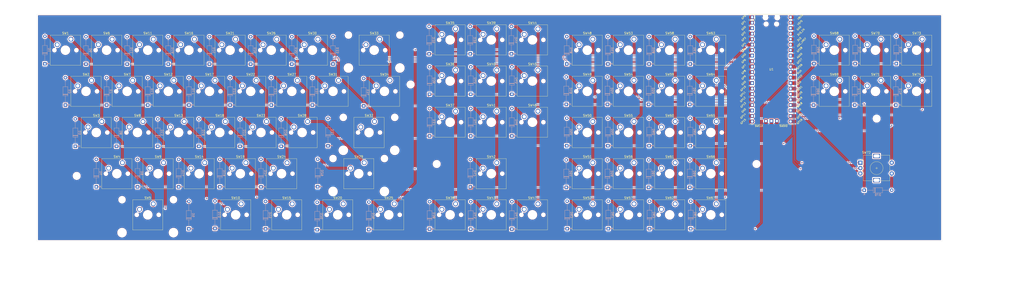
<source format=kicad_pcb>
(kicad_pcb (version 20241129) (generator "pcbnew") (generator_version "8.99")
  (layers (0 "F.Cu" signal) (2 "B.Cu" signal) (13 "F.Paste" user) (15 "B.Paste" user) (5 "F.SilkS" user "F.Silkscreen") (7 "B.SilkS" user "B.Silkscreen") (1 "F.Mask" user) (3 "B.Mask" user) (25 "Edge.Cuts" user))
  (net 0 "")
  (net 1 "Row0")
  (net 2 "Net-(D1-A)")
  (net 3 "Net-(D2-A)")
  (net 4 "Row1")
  (net 5 "Row2")
  (net 6 "Net-(D3-A)")
  (net 7 "Row3")
  (net 8 "Net-(D4-A)")
  (net 9 "Row4")
  (net 10 "Net-(D5-A)")
  (net 11 "Net-(D6-A)")
  (net 12 "Net-(D7-A)")
  (net 13 "Net-(D8-A)")
  (net 14 "Net-(D9-A)")
  (net 15 "Net-(D10-A)")
  (net 16 "Net-(D11-A)")
  (net 17 "Net-(D12-A)")
  (net 18 "Net-(D13-A)")
  (net 19 "Net-(D14-A)")
  (net 20 "Net-(D15-A)")
  (net 21 "Net-(D16-A)")
  (net 22 "Net-(D17-A)")
  (net 23 "Net-(D18-A)")
  (net 24 "Net-(D19-A)")
  (net 25 "Net-(D20-A)")
  (net 26 "Net-(D21-A)")
  (net 27 "Net-(D22-A)")
  (net 28 "Net-(D23-A)")
  (net 29 "Net-(D24-A)")
  (net 30 "Net-(D25-A)")
  (net 31 "Net-(D26-A)")
  (net 32 "Net-(D27-A)")
  (net 33 "Net-(D28-A)")
  (net 34 "Net-(D29-A)")
  (net 35 "Net-(D30-A)")
  (net 36 "Net-(D31-A)")
  (net 37 "Net-(D32-A)")
  (net 38 "Net-(D33-A)")
  (net 39 "Net-(D34-A)")
  (net 40 "Net-(D35-A)")
  (net 41 "Net-(D36-A)")
  (net 42 "Net-(D37-A)")
  (net 43 "Net-(D38-A)")
  (net 44 "Net-(D39-A)")
  (net 45 "Net-(D40-A)")
  (net 46 "Net-(D41-A)")
  (net 47 "Net-(D42-A)")
  (net 48 "Net-(D43-A)")
  (net 49 "Net-(D44-A)")
  (net 50 "Net-(D45-A)")
  (net 51 "Net-(D46-A)")
  (net 52 "Net-(D47-A)")
  (net 53 "Net-(D48-A)")
  (net 54 "Net-(D49-A)")
  (net 55 "Net-(D50-A)")
  (net 56 "Net-(D51-A)")
  (net 57 "Net-(D52-A)")
  (net 58 "Net-(D53-A)")
  (net 59 "Net-(D54-A)")
  (net 60 "Net-(D55-A)")
  (net 61 "Net-(D56-A)")
  (net 62 "Net-(D57-A)")
  (net 63 "Net-(D58-A)")
  (net 64 "Net-(D59-A)")
  (net 65 "Net-(D60-A)")
  (net 66 "Net-(D61-A)")
  (net 67 "Net-(D62-A)")
  (net 68 "Net-(D63-A)")
  (net 69 "Net-(D64-A)")
  (net 70 "Net-(D65-A)")
  (net 71 "Net-(D66-A)")
  (net 72 "Net-(D67-A)")
  (net 73 "Net-(D68-A)")
  (net 74 "Net-(D69-A)")
  (net 75 "Net-(D70-A)")
  (net 76 "Net-(D71-A)")
  (net 77 "Net-(D72-A)")
  (net 78 "Net-(D73-A)")
  (net 79 "Net-(D74-A)")
  (net 80 "Col16")
  (net 81 "RE-B")
  (net 82 "RE-A")
  (net 83 "GND")
  (net 84 "Col17")
  (net 85 "Col0")
  (net 86 "Col1")
  (net 87 "Col2")
  (net 88 "Col3")
  (net 89 "Col4")
  (net 90 "Col5")
  (net 91 "Col6")
  (net 92 "Col7")
  (net 93 "Col8")
  (net 94 "Col9")
  (net 95 "Col10")
  (net 96 "Col11")
  (net 97 "Col12")
  (net 98 "Col13")
  (net 99 "Col14")
  (net 100 "Col15")
  (footprint "asylum-weather:SW_Cherry_MX_1.00u_PCB" (layer "F.Cu") (at 337.8401 110.14)
    (property "Reference" "SW62")
    (property "Value" "SW_Push")
  )
  (footprint "asylum-weather:SW_Cherry_MX_1.00u_PCB" (layer "F.Cu") (at 82.0325 91.09)
    (property "Reference" "SW4")
    (property "Value" "SW_Push")
  )
  (footprint "asylum-weather:SW_Cherry_MX_1.00u_PCB" (layer "F.Cu") (at 236.2401 48.2275)
    (property "Reference" "SW36")
    (property "Value" "SW_Push")
  )
  (footprint "asylum-weather:SW_Cherry_MX_1.00u_PCB" (layer "F.Cu") (at 274.3401 110.14)
    (property "Reference" "SW47")
    (property "Value" "SW_Push")
  )
  (footprint "asylum-weather:SW_Cherry_MX_1.00u_PCB" (layer "F.Cu") (at 299.7401 110.14)
    (property "Reference" "SW52")
    (property "Value" "SW_Push")
  )
  (footprint "asylum-weather:SW_Cherry_MX_1.00u_PCB" (layer "F.Cu") (at 67.745 52.99)
    (property "Reference" "SW2")
    (property "Value" "SW_Push")
  )
  (footprint "asylum-weather:SW_Cherry_MX_1.00u_PCB" (layer "F.Cu") (at 337.8401 91.09)
    (property "Reference" "SW61")
    (property "Value" "SW_Push")
  )
  (footprint "asylum-weather:SW_Cherry_MX_1.00u_PCB" (layer "F.Cu") (at 356.8901 91.09)
    (property "Reference" "SW66")
    (property "Value" "SW_Push")
  )
  (footprint "asylum-weather:SW_Cherry_MX_1.00u_PCB" (layer "F.Cu") (at 337.8401 52.99)
    (property "Reference" "SW59")
    (property "Value" "SW_Push")
  )
  (footprint "asylum-weather:SW_Cherry_MX_1.00u_PCB" (layer "F.Cu") (at 255.2901 29.1775)
    (property "Reference" "SW39")
    (property "Value" "SW_Push")
  )
  (footprint "Rotary_Encoder:RotaryEncoder_Alps_EC11E-Switch_Vertical_H20mm" (layer "F.Cu") (at 423.5651 91.09)
    (property "Reference" "SW72")
    (property "Value" "RotaryEncoder_Switch")
  )
  (footprint "asylum-weather:SW_Cherry_MX_1.00u_PCB" (layer "F.Cu") (at 255.2901 67.2775)
    (property "Reference" "SW41")
    (property "Value" "SW_Push")
  )
  (footprint "asylum-weather:SW_Cherry_MX_1.00u_PCB" (layer "F.Cu") (at 162.995 52.99)
    (property "Reference" "SW27")
    (property "Value" "SW_Push")
  )
  (footprint "asylum-weather:SW_Cherry_MX_1.00u_PCB" (layer "F.Cu") (at 58.22 33.94)
    (property "Reference" "SW1")
    (property "Value" "SW_Push")
  )
  (footprint "asylum-weather:SW_Cherry_MX_1.00u_PCB" (layer "F.Cu") (at 101.0825 91.09)
    (property "Reference" "SW9")
    (property "Value" "SW_Push")
  )
  (footprint "asylum-weather:SW_Cherry_MX_1.00u_PCB" (layer "F.Cu") (at 139.1825 91.09)
    (property "Reference" "SW19")
    (property "Value" "SW_Push")
  )
  (footprint "asylum-weather:SW_Cherry_MX_1.00u_PCB" (layer "F.Cu") (at 318.7901 33.94)
    (property "Reference" "SW53")
    (property "Value" "SW_Push")
  )
  (footprint "asylum-weather:SW_Cherry_MX_1.00u_PCB" (layer "F.Cu") (at 153.47 33.94)
    (property "Reference" "SW26")
    (property "Value" "SW_Push")
  )
  (footprint "asylum-weather:SW_Cherry_MX_1.00u_PCB" (layer "F.Cu") (at 318.7901 52.99)
    (property "Reference" "SW54")
    (property "Value" "SW_Push")
  )
  (footprint "asylum-weather:SW_Cherry_MX_1.00u_PCB" (layer "F.Cu") (at 414.0401 52.99)
    (property "Reference" "SW69")
    (property "Value" "SW_Push")
  )
  (footprint "asylum-weather:SW_Cherry_MX_1.00u_PCB" (layer "F.Cu") (at 236.2401 29.1775)
    (property "Reference" "SW35")
    (property "Value" "SW_Push")
  )
  (footprint "asylum-weather:SW_Cherry_MX_1.00u_PCB" (layer "F.Cu") (at 299.7401 33.94)
    (property "Reference" "SW48")
    (property "Value" "SW_Push")
  )
  (footprint "asylum-weather:SW_Cherry_MX_1.00u_PCB" (layer "F.Cu") (at 110.6075 72.04)
    (property "Reference" "SW13")
    (property "Value" "SW_Push")
  )
  (footprint "asylum-weather:SW_Cherry_MX_1.00u_PCB" (layer "F.Cu") (at 356.8901 110.14)
    (property "Reference" "SW67")
    (property "Value" "SW_Push")
  )
  (footprint "asylum-weather:SW_Cherry_MX_2.00u_PCB" (layer "F.Cu") (at 198.7135 72.04)
    (property "Reference" "SW32")
    (property "Value" "SW_Push")
  )
  (footprint "asylum-weather:SW_Cherry_MX_1.00u_PCB" (layer "F.Cu") (at 452.1401 33.94)
    (property "Reference" "SW73")
    (property "Value" "SW_Push")
  )
  (footprint "asylum-weather:SW_Cherry_MX_1.00u_PCB" (layer "F.Cu") (at 120.1325 91.09)
    (property "Reference" "SW14")
    (property "Value" "SW_Push")
  )
  (footprint "asylum-weather:SW_Cherry_MX_1.00u_PCB" (layer "F.Cu") (at 86.795 52.99)
    (property "Reference" "SW7")
    (property "Value" "SW_Push")
  )
  (footprint "asylum-weather:SW_Cherry_MX_1.00u_PCB" (layer "F.Cu") (at 96.32 33.94)
    (property "Reference" "SW11")
    (property "Value" "SW_Push")
  )
  (footprint "asylum-weather:SW_Cherry_MX_1.00u_PCB" (layer "F.Cu") (at 91.5575 72.04)
    (property "Reference" "SW8")
    (property "Value" "SW_Push")
  )
  (footprint "asylum-weather:SW_Cherry_MX_1.00u_PCB" (layer "F.Cu") (at 136.9923 110.14)
    (property "Reference" "SW10")
    (property "Value" "SW_Push")
  )
  (footprint "asylum-weather:SW_Cherry_MX_1.00u_PCB" (layer "F.Cu") (at 433.0901 33.94)
    (property "Reference" "SW70")
    (property "Value" "SW_Push")
  )
  (footprint "asylum-weather:SW_Cherry_MX_1.00u_PCB" (layer "F.Cu") (at 356.8901 33.94)
    (property "Reference" "SW63")
    (property "Value" "SW_Push")
  )
  (footprint "asylum-weather:SW_Cherry_MX_1.00u_PCB" (layer "F.Cu") (at 184.2352 110.14)
    (property "Reference" "SW20")
    (property "Value" "SW_Push")
  )
  (footprint "asylum-weather:SW_Cherry_MX_1.00u_PCB" (layer "F.Cu") (at 172.52 33.94)
    (property "Reference" "SW30")
    (property "Value" "SW_Push")
  )
  (footprint "asylum-weather:SW_Cherry_MX_1.00u_PCB" (layer "F.Cu") (at 337.8401 33.94)
    (property "Reference" "SW58")
    (property "Value" "SW_Push")
  )
  (footprint "asylum-weather:SW_Cherry_MX_1.00u_PCB" (layer "F.Cu") (at 148.7075 72.04)
    (property "Reference" "SW23")
    (property "Value" "SW_Push")
  )
  (footprint "asylum-weather:SW_Cherry_MX_1.00u_PCB" (layer "F.Cu") (at 255.2901 48.2275)
    (property "Reference" "SW40")
    (property "Value" "SW_Push")
  )
  (footprint "asylum-weather:SW_Cherry_MX_1.00u_PCB" (layer "F.Cu") (at 124.895 52.99)
    (property "Reference" "SW17")
    (property "Value" "SW_Push")
  )
  (footprint "asylum-weather:SW_Cherry_MX_1.00u_PCB" (layer "F.Cu") (at 182.045 52.99)
    (property "Reference" "SW31")
    (property "Value" "SW_Push")
  )
  (footprint "asylum-weather:SW_Cherry_MX_1.00u_PCB" (layer "F.Cu") (at 318.7901 72.04)
    (property "Reference" "SW55")
    (property "Value" "SW_Push")
  )
  (footprint "asylum-weather:SW_Cherry_MX_1.00u_PCB" (layer "F.Cu") (at 105.845 52.99)
    (property "Reference" "SW12")
    (property "Value" "SW_Push")
  )
  (footprint "asylum-weather:SW_Cherry_MX_1.00u_PCB" (layer "F.Cu") (at 207.8566 110.14)
    (property "Reference" "SW25")
    (property "Value" "SW_Push")
  )
  (footprint "asylum-weather:SW_Cherry_MX_1.00u_PCB" (layer "F.Cu") (at 318.7901 110.14)
    (property "Reference" "SW57")
    (property "Value" "SW_Push")
  )
  (footprint "asylum-weather:SW_Cherry_MX_1.00u_PCB" (layer "F.Cu") (at 356.8901 72.04)
    (property "Reference" "SW65")
    (property "Value" "SW_Push")
  )
  (footprint "asylum-weather:SW_Cherry_MX_2.00u_PCB" (layer "F.Cu") (at 96.32 110.14)
    (property "Reference" "SW5")
    (property "Value" "SW_Push")
  )
  (footprint "asylum-weather:SW_Cherry_MX_1.00u_PCB" (layer "F.Cu") (at 129.6575 72.04)
    (property "Reference" "SW18")
    (property "Value" "SW_Push")
  )
  (footprint "asylum-weather:SW_Cherry_MX_1.00u_PCB" (layer "F.Cu") (at 274.3401 48.2275)
    (property "Reference" "SW45")
    (property "Value" "SW_Push")
  )
  (footprint "asylum-weather:SW_Cherry_MX_2.00u_PCB" (layer "F.Cu") (at 193.9515 91.09)
    (property "Reference" "SW29")
    (property "Value" "SW_Push")
  )
  (footprint "asylum-weather:SW_Cherry_MX_1.00u_PCB" (layer "F.Cu") (at 299.7401 91.09)
    (property "Reference" "SW51")
    (property "Value" "SW_Push")
  )
  (footprint "asylum-weather:SW_Cherry_MX_2.00u_PCB" (layer "F.Cu") (at 201.095 33.94)
    (property "Reference" "SW33")
    (property "Value" "SW_Push")
  )
  (footprint "asylum-weather:SW_Cherry_MX_1.00u_PCB" (layer "F.Cu") (at 299.7401 72.04)
    (property "Reference" "SW50")
    (property "Value" "SW_Push")
  )
  (footprint "asylum-weather:SW_Cherry_MX_1.00u_PCB" (layer "F.Cu") (at 274.3401 67.2775)
    (property "Reference" "SW46")
    (property "Value" "SW_Push")
  )
  (footprint "asylum-weather:SW_Cherry_MX_1.00u_PCB" (layer "F.Cu") (at 115.37 33.94)
    (property "Reference" "SW16")
    (property "Value" "SW_Push")
  )
  (footprint "asylum-weather:SW_Cherry_MX_1.00u_PCB" (layer "F.Cu") (at 167.7575 72.04)
    (property "Reference" "SW28")
    (property "Value" "SW_Push")
  )
  (footprint "asylum-weather:SW_Cherry_MX_1.00u_PCB" (layer "F.Cu") (at 274.3401 29.1775)
    (property "Reference" "SW44")
    (property "Value" "SW_Push")
  )
  (footprint "asylum-weather:SW_Cherry_MX_1.00u_PCB" (layer "F.Cu") (at 205.8575 52.99)
    (property "Reference" "SW34")
    (property "Value" "SW_Push")
  )
  (footprint "asylum-weather:SW_Cherry_MX_1.00u_PCB" (layer "F.Cu") (at 414.0401 33.94)
    (property "Reference" "SW68")
    (property "Value" "SW_Push")
  )
  (footprint "asylum-weather:SW_Cherry_MX_1.00u_PCB" (layer "F.Cu") (at 452.1401 52.99)
    (property "Reference" "SW74")
    (property "Value" "SW_Push")
  )
  (footprint "asylum-weather:SW_Cherry_MX_1.00u_PCB" (layer "F.Cu") (at 299.7401 52.99)
    (property "Reference" "SW49")
    (property "Value" "SW_Push")
  )
  (footprint "asylum-weather:SW_Cherry_MX_1.00u_PCB" (layer "F.Cu") (at 433.0901 52.99)
    (property "Reference" "SW71")
    (property "Value" "SW_Push")
  )
  (footprint "asylum-weather:SW_Cherry_MX_1.00u_PCB" (layer "F.Cu") (at 236.2401 110.14)
    (property "Reference" "SW38")
    (property "Value" "SW_Push")
  )
  (footprint "asylum-weather:SW_Cherry_MX_1.00u_PCB" (layer "F.Cu") (at 337.8401 72.04)
    (property "Reference" "SW60")
    (property "Value" "SW_Push")
  )
  (footprint "asylum-weather:RPi_Pico_SMD_TH" (layer "F.Cu") (at 382.375 47.9)
    (property "Reference" "U1")
    (property "Value" "Pico")
  )
  (footprint "asylum-weather:SW_Cherry_MX_1.00u_PCB" (layer "F.Cu") (at 255.2901 110.14)
    (property "Reference" "SW43")
    (property "Value" "SW_Push")
  )
  (footprint "asylum-weather:SW_Cherry_MX_1.00u_PCB" (layer "F.Cu") (at 143.945 52.99)
    (property "Reference" "SW22")
    (property "Value" "SW_Push")
  )
  (footprint "asylum-weather:SW_Cherry_MX_1.00u_PCB" (layer "F.Cu") (at 134.42 33.94)
    (property "Reference" "SW21")
    (property "Value" "SW_Push")
  )
  (footprint "asylum-weather:SW_Cherry_MX_1.00u_PCB" (layer "F.Cu") (at 77.27 33.94)
    (property "Reference" "SW6")
    (property "Value" "SW_Push")
  )
  (footprint "asylum-weather:SW_Cherry_MX_1.00u_PCB" (layer "F.Cu") (at 160.6138 110.14)
    (property "Reference" "SW15")
    (property "Value" "SW_Push")
  )
  (footprint "asylum-weather:SW_Cherry_MX_1.00u_PCB" (layer "F.Cu") (at 158.2325 91.09)
    (property "Reference" "SW24")
    (property "Value" "SW_Push")
  )
  (footprint "asylum-weather:SW_Cherry_MX_1.00u_PCB" (layer "F.Cu") (at 72.5075 72.04)
    (property "Reference" "SW3")
    (property "Value" "SW_Push")
  )
  (footprint "asylum-weather:SW_Cherry_MX_1.00u_PCB" (layer "F.Cu") (at 356.8901 52.99)
    (property "Reference" "SW64")
    (property "Value" "SW_Push")
  )
  (footprint "asylum-weather:SW_Cherry_MX_1.00u_PCB" (layer "F.Cu") (at 255.2901 91.09)
    (property "Reference" "SW42")
    (property "Value" "SW_Push")
  )
  (footprint "asylum-weather:SW_Cherry_MX_1.00u_PCB" (layer "F.Cu") (at 318.7901 91.09)
    (property "Reference" "SW56")
    (property "Value" "SW_Push")
  )
  (footprint "asylum-weather:SW_Cherry_MX_1.00u_PCB" (layer "F.Cu") (at 236.2401 67.2775)
    (property "Reference" "SW37")
    (property "Value" "SW_Push")
  )
  (footprint "Diode_THT:D_DO-35_SOD27_P12.70mm_Horizontal" (layer "B.Cu") (at 325.78 45.42 90)
    (property "Reference" "D58")
    (property "Value" "D")
  )
  (footprint "Diode_THT:D_DO-35_SOD27_P12.70mm_Horizontal" (layer "B.Cu") (at 84.23 45.47 90)
    (property "Reference" "D11")
    (property "Value" "D")
  )
  (footprint "Diode_THT:D_DO-35_SOD27_P12.70mm_Horizontal" (layer "B.Cu") (at 65.18 45.47 90)
    (property "Reference" "D6")
    (property "Value" "D")
  )
  (footprint "Diode_THT:D_DO-35_SOD27_P12.70mm_Horizontal" (layer "B.Cu") (at 103.28 45.47 90)
    (property "Reference" "D16")
    (property "Value" "D")
  )
  (footprint "Diode_THT:D_DO-35_SOD27_P12.70mm_Horizontal" (layer "B.Cu") (at 420.93 64.42 90)
    (property "Reference" "D72")
    (property "Value" "D")
  )
  (footprint "Diode_THT:D_DO-35_SOD27_P12.70mm_Horizontal" (layer "B.Cu") (at 243.03 40.72 90)
    (property "Reference" "D39")
    (property "Value" "D")
  )
  (footprint "Diode_THT:D_DO-35_SOD27_P12.70mm_Horizontal" (layer "B.Cu") (at 402.08 45.22 90)
    (property "Reference" "D68")
    (property "Value" "D")
  )
  (footprint "Diode_THT:D_DO-35_SOD27_P12.70mm_Horizontal" (layer "B.Cu") (at 401.88 64.42 90)
    (property "Reference" "D69")
    (property "Value" "D")
  )
  (footprint "Diode_THT:D_DO-35_SOD27_P12.70mm_Horizontal" (layer "B.Cu") (at 131.88 64.42 90)
    (property "Reference" "D22")
    (property "Value" "D")
  )
  (footprint "Diode_THT:D_DO-35_SOD27_P12.70mm_Horizontal" (layer "B.Cu") (at 243.23 121.82 90)
    (property "Reference" "D43")
    (property "Value" "D")
  )
  (footprint "Diode_THT:D_DO-35_SOD27_P12.70mm_Horizontal" (layer "B.Cu") (at 306.93 121.62 90)
    (property "Reference" "D57")
    (property "Value" "D")
  )
  (footprint "Diode_THT:D_DO-35_SOD27_P12.70mm_Horizontal" (layer "B.Cu") (at 108.08 102.27 90)
    (property "Reference" "D14")
    (property "Value" "D")
  )
  (footprint "Diode_THT:D_DO-35_SOD27_P12.70mm_Horizontal" (layer "B.Cu") (at 287.68 83.22 90)
    (property "Reference" "D50")
    (property "Value" "D")
  )
  (footprint "Diode_THT:D_DO-35_SOD27_P12.70mm_Horizontal" (layer "B.Cu") (at 74.73 64.42 90)
    (property "Reference" "D7")
    (property "Value" "D")
  )
  (footprint "Diode_THT:D_DO-35_SOD27_P12.70mm_Horizontal" (layer "B.Cu") (at 150.93 64.42 90)
    (property "Reference" "D27")
    (property "Value" "D")
  )
  (footprint "Diode_THT:D_DO-35_SOD27_P12.70mm_Horizontal" (layer "B.Cu") (at 169.98 64.42 90)
    (property "Reference" "D31")
    (property "Value" "D")
  )
  (footprint "Diode_THT:D_DO-35_SOD27_P12.70mm_Horizontal" (layer "B.Cu") (at 60.28 83.52 90)
    (property "Reference" "D3")
    (property "Value" "D")
  )
  (footprint "Diode_THT:D_DO-35_SOD27_P12.70mm_Horizontal" (layer "B.Cu") (at 79.33 83.52 90)
    (property "Reference" "D8")
    (property "Value" "D")
  )
  (footprint "Diode_THT:D_DO-35_SOD27_P12.70mm_Horizontal" (layer "B.Cu") (at 345.03 121.62 90)
    (property "Reference" "D67")
    (property "Value" "D")
  )
  (footprint "Diode_THT:D_DO-35_SOD27_P12.70mm_Horizontal" (layer "B.Cu") (at 262.28 121.82 90)
    (property "Reference" "D47")
    (property "Value" "D")
  )
  (footprint "Diode_THT:D_DO-35_SOD27_P12.70mm_Horizontal" (layer "B.Cu") (at 224.18 59.42 90)
    (property "Reference" "D36")
    (property "Value" "D")
  )
  (footprint "Diode_THT:D_DO-35_SOD27_P12.70mm_Horizontal" (layer "B.Cu") (at 344.83 83.22 90)
    (property "Reference" "D65")
    (property "Value" "D")
  )
  (footprint "Diode_THT:D_DO-35_SOD27_P12.70mm_Horizontal" (layer "B.Cu") (at 287.68 45.42 90)
    (property "Reference" "D48")
    (property "Value" "D")
  )
  (footprint "Diode_THT:D_DO-35_SOD27_P12.70mm_Horizontal" (layer "B.Cu") (at 127.13 102.27 90)
    (property "Reference" "D19")
    (property "Value" "D")
  )
  (footprint "Diode_THT:D_DO-35_SOD27_P12.70mm_Horizontal" (layer "B.Cu") (at 224.18 121.82 90)
    (property "Reference" "D38")
    (property "Value" "D")
  )
  (footprint "Diode_THT:D_DO-35_SOD27_P12.70mm_Horizontal" (layer "B.Cu") (at 172.18 122.12 90)
    (property "Reference" "D20")
    (property "Value" "D")
  )
  (footprint "Diode_THT:D_DO-35_SOD27_P12.70mm_Horizontal" (layer "B.Cu") (at 193.68 64.82 90)
    (property "Reference" "D34")
    (property "Value" "D")
  )
  (footprint "Diode_THT:D_DO-35_SOD27_P12.70mm_Horizontal" (layer "B.Cu") (at 344.83 45.42 90)
    (property "Reference" "D63")
    (property "Value" "D")
  )
  (footprint "Diode_THT:D_DO-35_SOD27_P12.70mm_Horizontal" (layer "B.Cu") (at 440.18 45.22 90)
    (property "Reference" "D73")
    (property "Value" "D")
  )
  (footprint "Diode_THT:D_DO-35_SOD27_P12.70mm_Horizontal" (layer "B.Cu") (at 306.53 64.12 90)
    (property "Reference" "D54")
    (property "Value" "D")
  )
  (footprint "Diode_THT:D_DO-35_SOD27_P12.70mm_Horizontal" (layer "B.Cu") (at 224.18 78.72 90)
    (property "Reference" "D37")
    (property "Value" "D")
  )
  (footprint "Diode_THT:D_DO-35_SOD27_P12.70mm_Horizontal" (layer "B.Cu") (at 306.73 83.22 90)
    (property "Reference" "D55")
    (property "Value" "D")
  )
  (footprint "Diode_THT:D_DO-35_SOD27_P12.70mm_Horizontal" (layer "B.Cu") (at 425.33 103.82)
    (property "Reference" "D70")
    (property "Value" "D")
  )
  (footprint "Diode_THT:D_DO-35_SOD27_P12.70mm_Horizontal" (layer "B.Cu") (at 306.53 102.52 90)
    (property "Reference" "D56")
    (property "Value" "D")
  )
  (footprint "Diode_THT:D_DO-35_SOD27_P12.70mm_Horizontal" (layer "B.Cu") (at 141.38 45.47 90)
    (property "Reference" "D26")
    (property "Value" "D")
  )
  (footprint "Diode_THT:D_DO-35_SOD27_P12.70mm_Horizontal" (layer "B.Cu") (at 196.08 122.02 90)
    (property "Reference" "D25")
    (property "Value" "D")
  )
  (footprint "Diode_THT:D_DO-35_SOD27_P12.70mm_Horizontal" (layer "B.Cu") (at 177.2 83.3 90)
    (property "Reference" "D32")
    (property "Value" "D")
  )
  (footprint "Diode_THT:D_DO-35_SOD27_P12.70mm_Horizontal" (layer "B.Cu") (at 243.08 102.32 90)
    (property "Reference" "D42")
    (property "Value" "D")
  )
  (footprint "Diode_THT:D_DO-35_SOD27_P12.70mm_Horizontal" (layer "B.Cu") (at 262.28 59.42 90)
    (property "Reference" "D45")
    (property "Value" "D")
  )
  (footprint "Diode_THT:D_DO-35_SOD27_P12.70mm_Horizontal" (layer "B.Cu") (at 136.48 83.52 90)
    (property "Reference" "D23")
    (property "Value" "D")
  )
  (footprint "Diode_THT:D_DO-35_SOD27_P12.70mm_Horizontal" (layer "B.Cu") (at 122.33 45.47 90)
    (property "Reference" "D21")
    (property "Value" "D")
  )
  (footprint "Diode_THT:D_DO-35_SOD27_P12.70mm_Horizontal" (layer "B.Cu") (at 344.63 64.12 90)
    (property "Reference" "D64")
    (property "Value" "D")
  )
  (footprint "Diode_THT:D_DO-35_SOD27_P12.70mm_Horizontal" (layer "B.Cu") (at 69.98 102.27 90)
    (property "Reference" "D4")
    (property "Value" "D")
  )
  (footprint "Diode_THT:D_DO-35_SOD27_P12.70mm_Horizontal" (layer "B.Cu") (at 223.98 40.72 90)
    (property "Reference" "D35")
    (property "Value" "D")
  )
  (footprint "Diode_THT:D_DO-35_SOD27_P12.70mm_Horizontal" (layer "B.Cu") (at 439.98 64.42 90)
    (property "Reference" "D74")
    (property "Value" "D")
  )
  (footprint "Diode_THT:D_DO-35_SOD27_P12.70mm_Horizontal" (layer "B.Cu") (at 243.23 59.42 90)
    (property "Reference" "D40")
    (property "Value" "D")
  )
  (footprint "Diode_THT:D_DO-35_SOD27_P12.70mm_Horizontal" (layer "B.Cu") (at 160.43 45.47 90)
    (property "Reference" "D30")
    (property "Value" "D")
  )
  (footprint "Diode_THT:D_DO-35_SOD27_P12.70mm_Horizontal" (layer "B.Cu") (at 262.08 40.72 90)
    (property "Reference" "D44")
    (property "Value" "D")
  )
  (footprint "Diode_THT:D_DO-35_SOD27_P12.70mm_Horizontal" (layer "B.Cu") (at 287.48 102.52 90)
    (property "Reference" "D51")
    (property "Value" "D")
  )
  (footprint "Diode_THT:D_DO-35_SOD27_P12.70mm_Horizontal" (layer "B.Cu") (at 172.4 102.2 90)
    (property "Reference" "D29")
    (property "Value" "D")
  )
  (footprint "Diode_THT:D_DO-35_SOD27_P12.70mm_Horizontal" (layer "B.Cu") (at 93.78 64.42 90)
    (property "Reference" "D12")
    (property "Value" "D")
  )
  (footprint "Diode_THT:D_DO-35_SOD27_P12.70mm_Horizontal" (layer "B.Cu") (at 243.23 78.72 90)
    (property "Reference" "D41")
    (property "Value" "D")
  )
  (footprint "Diode_THT:D_DO-35_SOD27_P12.70mm_Horizontal" (layer "B.Cu") (at 148.28 121.72 90)
    (property "Reference" "D15")
    (property "Value" "D")
  )
  (footprint "Diode_THT:D_DO-35_SOD27_P12.70mm_Horizontal" (layer "B.Cu") (at 325.98 121.62 90)
    (property "Reference" "D62")
    (property "Value" "D")
  )
  (footprint "Diode_THT:D_DO-35_SOD27_P12.70mm_Horizontal" (layer "B.Cu") (at 46.18 45.32 90)
    (property "Reference" "D1")
    (property "Value" "D")
  )
  (footprint "Diode_THT:D_DO-35_SOD27_P12.70mm_Horizontal" (layer "B.Cu") (at 287.88 121.62 90)
    (property "Reference" "D52")
    (property "Value" "D")
  )
  (footprint "Diode_THT:D_DO-35_SOD27_P12.70mm_Horizontal" (layer "B.Cu") (at 325.58 102.52 90)
    (property "Reference" "D61")
    (property "Value" "D")
  )
  (footprint "Diode_THT:D_DO-35_SOD27_P12.70mm_Horizontal" (layer "B.Cu") (at 344.63 102.52 90)
    (property "Reference" "D66")
    (property "Value" "D")
  )
  (footprint "Diode_THT:D_DO-35_SOD27_P12.70mm_Horizontal" (layer "B.Cu") (at 98.38 83.52 90)
    (property "Reference" "D13")
    (property "Value" "D")
  )
  (footprint "Diode_THT:D_DO-35_SOD27_P12.70mm_Horizontal" (layer "B.Cu") (at 262.28 78.72 90)
    (property "Reference" "D46")
    (property "Value" "D")
  )
  (footprint "Diode_THT:D_DO-35_SOD27_P12.70mm_Horizontal" (layer "B.Cu") (at 117.43 83.52 90)
    (property "Reference" "D18")
    (property "Value" "D")
  )
  (footprint "Diode_THT:D_DO-35_SOD27_P12.70mm_Horizontal" (layer "B.Cu") (at 155.53 83.52 90)
    (property "Reference" "D28")
    (property "Value" "D")
  )
  (footprint "Diode_THT:D_DO-35_SOD27_P12.70mm_Horizontal" (layer "B.Cu") (at 124.88 121.52 90)
    (property "Reference" "D10")
    (property "Value" "D")
  )
  (footprint "Diode_THT:D_DO-35_SOD27_P12.70mm_Horizontal" (layer "B.Cu") (at 89.03 102.27 90)
    (property "Reference" "D9")
    (property "Value" "D")
  )
  (footprint "Diode_THT:D_DO-35_SOD27_P12.70mm_Horizontal" (layer "B.Cu") (at 421.13 45.22 90)
    (property "Reference" "D71")
    (property "Value" "D")
  )
  (footprint "Diode_THT:D_DO-35_SOD27_P12.70mm_Horizontal" (layer "B.Cu") (at 112.8 121.7 90)
    (property "Reference" "D5")
    (property "Value" "D")
  )
  (footprint "Diode_THT:D_DO-35_SOD27_P12.70mm_Horizontal" (layer "B.Cu") (at 287.48 64.12 90)
    (property "Reference" "D49")
    (property "Value" "D")
  )
  (footprint "Diode_THT:D_DO-35_SOD27_P12.70mm_Horizontal" (layer "B.Cu") (at 112.83 64.42 90)
    (property "Reference" "D17")
    (property "Value" "D")
  )
  (footprint "Diode_THT:D_DO-35_SOD27_P12.70mm_Horizontal" (layer "B.Cu") (at 306.73 45.42 90)
    (property "Reference" "D53")
    (property "Value" "D")
  )
  (footprint "Diode_THT:D_DO-35_SOD27_P12.70mm_Horizontal" (layer "B.Cu") (at 146.18 102.27 90)
    (property "Reference" "D24")
    (property "Value" "D")
  )
  (footprint "Diode_THT:D_DO-35_SOD27_P12.70mm_Horizontal" (layer "B.Cu") (at 325.78 83.22 90)
    (property "Reference" "D60")
    (property "Value" "D")
  )
  (footprint "Diode_THT:D_DO-35_SOD27_P12.70mm_Horizontal" (layer "B.Cu") (at 325.58 64.12 90)
    (property "Reference" "D59")
    (property "Value" "D")
  )
  (footprint "Diode_THT:D_DO-35_SOD27_P12.70mm_Horizontal" (layer "B.Cu") (at 179.5 45.42 90)
    (property "Reference" "D33")
    (property "Value" "D")
  )
  (footprint "Diode_THT:D_DO-35_SOD27_P12.70mm_Horizontal" (layer "B.Cu") (at 55.68 64.42 90)
    (property "Reference" "D2")
    (property "Value" "D")
  )
  (gr_circle (center 431.1 70.7) (end 431.1 69.3) (stroke (width 0.05)) (fill no) (layer "Edge.Cuts"))
  (gr_rect (start 42.5 22.4) (end 461.4 127.4) (stroke (width 0.05)) (fill no) (layer "Edge.Cuts"))
  (gr_circle (center 215.4 54.9) (end 215.4 53.5) (stroke (width 0.05)) (fill no) (layer "Edge.Cuts"))
  (gr_circle (center 227.5 91.7) (end 227.6 90.3) (stroke (width 0.05)) (fill no) (layer "Edge.Cuts"))
  (gr_circle (center 60.9 97.2) (end 60.9 95.8) (stroke (width 0.05)) (fill no) (layer "Edge.Cuts"))
  (gr_circle (center 375.5 91.7) (end 375.5 90.3) (stroke (width 0.05)) (fill no) (layer "Edge.Cuts"))
  (segment (start 103.8309 45.47) (end 104.3817 45.47) (width 0.2) (layer "F.Cu") (net 1))
  (segment (start 160.43 45.47) (end 141.38 45.47) (width 0.2) (layer "F.Cu") (net 1))
  (segment (start 391.265 64.41) (end 394.7629 64.41) (width 0.2) (layer "F.Cu") (net 1))
  (segment (start 63.9283 45.32) (end 64.0783 45.47) (width 0.2) (layer "F.Cu") (net 1))
  (segment (start 286.3784 42.1779) (end 264.6396 42.1779) (width 0.2) (layer "F.Cu") (net 1))
  (segment (start 223.98 40.72) (end 243.03 40.72) (width 0.2) (layer "F.Cu") (net 1))
  (segment (start 103.8309 45.47) (end 103.28 45.47) (width 0.2) (layer "F.Cu") (net 1))
  (segment (start 400.9783 45.22) (end 400.7783 45.42) (width 0.2) (layer "F.Cu") (net 1))
  (segment (start 262.08 40.72) (end 243.03 40.72) (width 0.2) (layer "F.Cu") (net 1))
  (segment (start 64.6292 45.47) (end 65.18 45.47) (width 0.2) (layer "F.Cu") (net 1))
  (segment (start 400.7783 45.42) (end 344.83 45.42) (width 0.2) (layer "F.Cu") (net 1))
  (segment (start 46.18 45.32) (end 63.9283 45.32) (width 0.2) (layer "F.Cu") (net 1))
  (segment (start 103.28 45.47) (end 84.23 45.47) (width 0.2) (layer "F.Cu") (net 1))
  (segment (start 262.08 40.72) (end 263.1817 40.72) (width 0.2) (layer "F.Cu") (net 1))
  (segment (start 264.6396 42.1779) (end 263.1817 40.72) (width 0.2) (layer "F.Cu") (net 1))
  (segment (start 221.2984 42.2999) (end 222.8783 40.72) (width 0.2) (layer "F.Cu") (net 1))
  (segment (start 179.5 45.42) (end 161.5817 45.42) (width 0.2) (layer "F.Cu") (net 1))
  (segment (start 122.33 45.47) (end 104.3817 45.47) (width 0.2) (layer "F.Cu") (net 1))
  (segment (start 64.6292 45.47) (end 64.0783 45.47) (width 0.2) (layer "F.Cu") (net 1))
  (segment (start 402.08 45.22) (end 400.9783 45.22) (width 0.2) (layer "F.Cu") (net 1))
  (segment (start 223.98 40.72) (end 222.8783 40.72) (width 0.2) (layer "F.Cu") (net 1))
  (segment (start 160.9809 45.47) (end 161.5317 45.47) (width 0.2) (layer "F.Cu") (net 1))
  (segment (start 344.83 45.42) (end 325.78 45.42) (width 0.2) (layer "F.Cu") (net 1))
  (segment (start 160.9809 45.47) (end 160.43 45.47) (width 0.2) (layer "F.Cu") (net 1))
  (segment (start 161.5817 45.42) (end 161.5317 45.47) (width 0.2) (layer "F.Cu") (net 1))
  (segment (start 440.18 45.22) (end 421.13 45.22) (width 0.2) (layer "F.Cu") (net 1))
  (segment (start 421.13 45.22) (end 402.08 45.22) (width 0.2) (layer "F.Cu") (net 1))
  (segment (start 287.68 45.42) (end 306.73 45.42) (width 0.2) (layer "F.Cu") (net 1))
  (segment (start 141.38 45.47) (end 122.33 45.47) (width 0.2) (layer "F.Cu") (net 1))
  (segment (start 306.73 45.42) (end 325.78 45.42) (width 0.2) (layer "F.Cu") (net 1))
  (segment (start 65.18 45.47) (end 84.23 45.47) (width 0.2) (layer "F.Cu") (net 1))
  (segment (start 180.4853 42.2999) (end 221.2984 42.2999) (width 0.2) (layer "F.Cu") (net 1))
  (via (at 180.4853 42.2999) (size 0.6) (drill 0.3) (layers "F.Cu" "B.Cu") (net 1))
  (via (at 394.7629 64.41) (size 0.6) (drill 0.3) (layers "F.Cu" "B.Cu") (net 1))
  (via (at 286.3784 42.1779) (size 0.6) (drill 0.3) (layers "F.Cu" "B.Cu") (net 1))
  (segment (start 286.3784 43.0167) (end 286.3784 42.1779) (width 0.2) (layer "B.Cu") (net 1))
  (segment (start 180.4853 43.333) (end 180.4853 42.2999) (width 0.2) (layer "B.Cu") (net 1))
  (segment (start 179.5 44.3183) (end 180.4853 43.333) (width 0.2) (layer "B.Cu") (net 1))
  (segment (start 287.68 44.3183) (end 286.3784 43.0167) (width 0.2) (layer "B.Cu") (net 1))
  (segment (start 287.68 45.42) (end 287.68 44.3183) (width 0.2) (layer "B.Cu") (net 1))
  (segment (start 394.7629 53.6388) (end 394.7629 64.41) (width 0.2) (layer "B.Cu") (net 1))
  (segment (start 402.08 45.22) (end 402.08 46.3217) (width 0.2) (layer "B.Cu") (net 1))
  (segment (start 179.5 45.42) (end 179.5 44.3183) (width 0.2) (layer "B.Cu") (net 1))
  (segment (start 402.08 46.3217) (end 394.7629 53.6388) (width 0.2) (layer "B.Cu") (net 1))
  (segment (start 48.01 32.62) (end 51.87 36.48) (width 0.2) (layer "B.Cu") (net 2))
  (segment (start 46.18 32.62) (end 48.01 32.62) (width 0.2) (layer "B.Cu") (net 2))
  (segment (start 57.585 51.72) (end 61.395 55.53) (width 0.2) (layer "B.Cu") (net 3))
  (segment (start 55.68 51.72) (end 57.585 51.72) (width 0.2) (layer "B.Cu") (net 3))
  (segment (start 306.53 64.12) (end 287.48 64.12) (width 0.2) (layer "F.Cu") (net 4))
  (segment (start 345.7317 64.12) (end 346.7766 63.0751) (width 0.2) (layer "F.Cu") (net 4))
  (segment (start 170.5309 64.42) (end 169.98 64.42) (width 0.2) (layer "F.Cu") (net 4))
  (segment (start 344.63 64.12) (end 325.58 64.12) (width 0.2) (layer "F.Cu") (net 4))
  (segment (start 224.7309 59.42) (end 219.3309 64.82) (width 0.2) (layer "F.Cu") (net 4))
  (segment (start 169.98 64.42) (end 150.93 64.42) (width 0.2) (layer "F.Cu") (net 4))
  (segment (start 398.2283 61.87) (end 400.7783 64.42) (width 0.2) (layer "F.Cu") (net 4))
  (segment (start 219.3309 64.82) (end 193.68 64.82) (width 0.2) (layer "F.Cu") (net 4))
  (segment (start 344.63 64.12) (end 345.7317 64.12) (width 0.2) (layer "F.Cu") (net 4))
  (segment (start 401.88 64.42) (end 400.7783 64.42) (width 0.2) (layer "F.Cu") (net 4))
  (segment (start 55.68 64.42) (end 74.73 64.42) (width 0.2) (layer "F.Cu") (net 4))
  (segment (start 325.58 64.12) (end 306.53 64.12) (width 0.2) (layer "F.Cu") (net 4))
  (segment (start 150.93 64.42) (end 131.88 64.42) (width 0.2) (layer "F.Cu") (net 4))
  (segment (start 439.98 64.42) (end 420.93 64.42) (width 0.2) (layer "F.Cu") (net 4))
  (segment (start 93.78 64.42) (end 74.73 64.42) (width 0.2) (layer "F.Cu") (net 4))
  (segment (start 391.265 61.87) (end 398.2283 61.87) (width 0.2) (layer "F.Cu") (net 4))
  (segment (start 268.0817 64.12) (end 263.3817 59.42) (width 0.2) (layer "F.Cu") (net 4))
  (segment (start 388.9082 63.0751) (end 390.1133 61.87) (width 0.2) (layer "F.Cu") (net 4))
  (segment (start 224.7309 59.42) (end 225.2817 59.42) (width 0.2) (layer "F.Cu") (net 4))
  (segment (start 262.28 59.42) (end 263.3817 59.42) (width 0.2) (layer "F.Cu") (net 4))
  (segment (start 93.78 64.42) (end 112.83 64.42) (width 0.2) (layer "F.Cu") (net 4))
  (segment (start 193.68 64.82) (end 171.4817 64.82) (width 0.2) (layer "F.Cu") (net 4))
  (segment (start 112.83 64.42) (end 131.88 64.42) (width 0.2) (layer "F.Cu") (net 4))
  (segment (start 287.48 64.12) (end 268.0817 64.12) (width 0.2) (layer "F.Cu") (net 4))
  (segment (start 262.28 59.42) (end 243.23 59.42) (width 0.2) (layer "F.Cu") (net 4))
  (segment (start 170.5309 64.42) (end 171.0817 64.42) (width 0.2) (layer "F.Cu") (net 4))
  (segment (start 346.7766 63.0751) (end 388.9082 63.0751) (width 0.2) (layer "F.Cu") (net 4))
  (segment (start 171.4817 64.82) (end 171.0817 64.42) (width 0.2) (layer "F.Cu") (net 4))
  (segment (start 401.88 64.42) (end 420.93 64.42) (width 0.2) (layer "F.Cu") (net 4))
  (segment (start 243.23 59.42) (end 225.2817 59.42) (width 0.2) (layer "F.Cu") (net 4))
  (segment (start 391.265 61.87) (end 390.1133 61.87) (width 0.2) (layer "F.Cu") (net 4))
  (segment (start 224.18 59.42) (end 224.7309 59.42) (width 0.2) (layer "F.Cu") (net 4))
  (segment (start 98.38 83.52) (end 80.4317 83.52) (width 0.2) (layer "F.Cu") (net 5))
  (segment (start 79.33 83.52) (end 60.28 83.52) (width 0.2) (layer "F.Cu") (net 5))
  (segment (start 156.6317 83.52) (end 156.8517 83.3) (width 0.2) (layer "F.Cu") (net 5))
  (segment (start 155.53 83.52) (end 156.6317 83.52) (width 0.2) (layer "F.Cu") (net 5))
  (segment (start 79.33 83.52) (end 80.4317 83.52) (width 0.2) (layer "F.Cu") (net 5))
  (segment (start 267.8817 83.22) (end 287.68 83.22) (width 0.2) (layer "F.Cu") (net 5))
  (segment (start 155.53 83.52) (end 136.48 83.52) (width 0.2) (layer "F.Cu") (net 5))
  (segment (start 262.28 78.72) (end 243.23 78.72) (width 0.2) (layer "F.Cu") (net 5))
  (segment (start 263.3817 78.72) (end 267.8817 83.22) (width 0.2) (layer "F.Cu") (net 5))
  (segment (start 181.78 79.8217) (end 221.9766 79.8217) (width 0.2) (layer "F.Cu") (net 5))
  (segment (start 156.8517 83.3) (end 177.2 83.3) (width 0.2) (layer "F.Cu") (net 5))
  (segment (start 262.28 78.72) (end 263.3817 78.72) (width 0.2) (layer "F.Cu") (net 5))
  (segment (start 178.3017 83.3) (end 181.78 79.8217) (width 0.2) (layer "F.Cu") (net 5))
  (segment (start 117.43 83.52) (end 136.48 83.52) (width 0.2) (layer "F.Cu") (net 5))
  (segment (start 117.43 83.52) (end 98.38 83.52) (width 0.2) (layer "F.Cu") (net 5))
  (segment (start 388.1608 82.2043) (end 346.9474 82.2043) (width 0.2) (layer "F.Cu") (net 5))
  (segment (start 224.18 78.72) (end 223.0783 78.72) (width 0.2) (layer "F.Cu") (net 5))
  (segment (start 325.78 83.22) (end 306.73 83.22) (width 0.2) (layer "F.Cu") (net 5))
  (segment (start 287.68 83.22) (end 288.7817 83.22) (width 0.2) (layer "F.Cu") (net 5))
  (segment (start 306.73 83.22) (end 288.7817 83.22) (width 0.2) (layer "F.Cu") (net 5))
  (segment (start 221.9766 79.8217) (end 223.0783 78.72) (width 0.2) (layer "F.Cu") (net 5))
  (segment (start 177.2 83.3) (end 178.3017 83.3) (width 0.2) (layer "F.Cu") (net 5))
  (segment (start 344.83 83.22) (end 345.9317 83.22) (width 0.2) (layer "F.Cu") (net 5))
  (segment (start 243.23 78.72) (end 224.18 78.72) (width 0.2) (layer "F.Cu") (net 5))
  (segment (start 325.78 83.22) (end 344.83 83.22) (width 0.2) (layer "F.Cu") (net 5))
  (segment (start 346.9474 82.2043) (end 345.9317 83.22) (width 0.2) (layer "F.Cu") (net 5))
  (via (at 388.1608 82.2043) (size 0.6) (drill 0.3) (layers "F.Cu" "B.Cu") (net 5))
  (segment (start 391.265 60.4817) (end 391.553 60.4817) (width 0.2) (layer "B.Cu") (net 5))
  (segment (start 392.4167 77.9484) (end 388.1608 82.2043) (width 0.2) (layer "B.Cu") (net 5))
  (segment (start 391.553 60.4817) (end 392.4167 61.3454) (width 0.2) (layer "B.Cu") (net 5))
  (segment (start 391.265 59.33) (end 391.265 60.4817) (width 0.2) (layer "B.Cu") (net 5))
  (segment (start 392.4167 61.3454) (end 392.4167 77.9484) (width 0.2) (layer "B.Cu") (net 5))
  (segment (start 62.3975 70.82) (end 66.1575 74.58) (width 0.2) (layer "B.Cu") (net 6))
  (segment (start 60.28 70.82) (end 62.3975 70.82) (width 0.2) (layer "B.Cu") (net 6))
  (segment (start 147.3517 102.2) (end 147.2817 102.27) (width 0.2) (layer "F.Cu") (net 7))
  (segment (start 244.2101 103.2217) (end 243.9953 103.4365) (width 0.2) (layer "F.Cu") (net 7))
  (segment (start 172.4 102.2) (end 173.5017 102.2) (width 0.2) (layer "F.Cu") (net 7))
  (segment (start 344.63 102.52) (end 325.58 102.52) (width 0.2) (layer "F.Cu") (net 7))
  (segment (start 206.1596 101.8185) (end 173.8832 101.8185) (width 0.2) (layer "F.Cu") (net 7))
  (segment (start 404.1082 61.7482) (end 399.15 56.79) (width 0.2) (layer "F.Cu") (net 7))
  (segment (start 345.1809 102.52) (end 344.63 102.52) (width 0.2) (layer "F.Cu") (net 7))
  (segment (start 399.15 56.79) (end 391.265 56.79) (width 0.2) (layer "F.Cu") (net 7))
  (segment (start 172.4 102.2) (end 147.3517 102.2) (width 0.2) (layer "F.Cu") (net 7))
  (segment (start 244.1817 102.4916) (end 244.2101 102.52) (width 0.2) (layer "F.Cu") (net 7))
  (segment (start 244.1817 102.32) (end 244.1817 102.4916) (width 0.2) (layer "F.Cu") (net 7))
  (segment (start 207.7776 103.4365) (end 206.1596 101.8185) (width 0.2) (layer "F.Cu") (net 7))
  (segment (start 244.2101 102.52) (end 286.3783 102.52) (width 0.2) (layer "F.Cu") (net 7))
  (segment (start 244.2101 102.52) (end 244.2101 103.2217) (width 0.2) (layer "F.Cu") (net 7))
  (segment (start 89.03 102.27) (end 106.9783 102.27) (width 0.2) (layer "F.Cu") (net 7))
  (segment (start 69.98 102.27) (end 89.03 102.27) (width 0.2) (layer "F.Cu") (net 7))
  (segment (start 173.8832 101.8185) (end 173.5017 102.2) (width 0.2) (layer "F.Cu") (net 7))
  (segment (start 325.58 102.52) (end 307.6317 102.52) (width 0.2) (layer "F.Cu") (net 7))
  (segment (start 146.18 102.27) (end 147.2817 102.27) (width 0.2) (layer "F.Cu") (net 7))
  (segment (start 127.13 102.27) (end 108.08 102.27) (width 0.2) (layer "F.Cu") (net 7))
  (segment (start 287.48 102.52) (end 286.3783 102.52) (width 0.2) (layer "F.Cu") (net 7))
  (segment (start 306.53 102.52) (end 307.6317 102.52) (width 0.2) (layer "F.Cu") (net 7))
  (segment (start 243.9953 103.4365) (end 207.7776 103.4365) (width 0.2) (layer "F.Cu") (net 7))
  (segment (start 345.1809 102.52) (end 345.7317 102.52) (width 0.2) (layer "F.Cu") (net 7))
  (segment (start 287.48 102.52) (end 306.53 102.52) (width 0.2) (layer "F.Cu") (net 7))
  (segment (start 108.08 102.27) (end 106.9783 102.27) (width 0.2) (layer "F.Cu") (net 7))
  (segment (start 423.2782 61.7482) (end 404.1082 61.7482) (width 0.2) (layer "F.Cu") (net 7))
  (segment (start 243.08 102.32) (end 244.1817 102.32) (width 0.2) (layer "F.Cu") (net 7))
  (segment (start 347.0317 103.82) (end 345.7317 102.52) (width 0.2) (layer "F.Cu") (net 7))
  (segment (start 425.33 103.82) (end 347.0317 103.82) (width 0.2) (layer "F.Cu") (net 7))
  (segment (start 146.18 102.27) (end 127.13 102.27) (width 0.2) (layer "F.Cu") (net 7))
  (segment (start 425.33 63.8) (end 423.2782 61.7482) (width 0.2) (layer "F.Cu") (net 7))
  (via (at 425.33 63.8) (size 0.6) (drill 0.3) (layers "F.Cu" "B.Cu") (net 7))
  (segment (start 425.33 103.82) (end 425.33 63.8) (width 0.2) (layer "B.Cu") (net 7))
  (segment (start 71.6225 89.57) (end 75.6825 93.63) (width 0.2) (layer "B.Cu") (net 8))
  (segment (start 69.98 89.57) (end 71.6225 89.57) (width 0.2) (layer "B.Cu") (net 8))
  (segment (start 172.18 122.12) (end 173.2817 122.12) (width 0.2) (layer "F.Cu") (net 9))
  (segment (start 123.5983 121.7) (end 123.7783 121.52) (width 0.2) (layer "F.Cu") (net 9))
  (segment (start 147.7292 121.72) (end 148.28 121.72) (width 0.2) (layer "F.Cu") (net 9))
  (segment (start 263.5817 121.62) (end 263.3817 121.82) (width 0.2) (layer "F.Cu") (net 9))
  (segment (start 112.8 121.7) (end 123.5983 121.7) (width 0.2) (layer "F.Cu") (net 9))
  (segment (start 173.3817 122.02) (end 196.08 122.02) (width 0.2) (layer "F.Cu") (net 9))
  (segment (start 223.6292 121.82) (end 224.18 121.82) (width 0.2) (layer "F.Cu") (net 9))
  (segment (start 196.08 122.02) (end 222.8783 122.02) (width 0.2) (layer "F.Cu") (net 9))
  (segment (start 262.28 121.82) (end 243.23 121.82) (width 0.2) (layer "F.Cu") (net 9))
  (segment (start 262.28 121.82) (end 263.3817 121.82) (width 0.2) (layer "F.Cu") (net 9))
  (segment (start 124.88 121.52) (end 146.9783 121.52) (width 0.2) (layer "F.Cu") (net 9))
  (segment (start 325.98 121.62) (end 345.03 121.62) (width 0.2) (layer "F.Cu") (net 9))
  (segment (start 147.7292 121.72) (end 147.1783 121.72) (width 0.2) (layer "F.Cu") (net 9))
  (segment (start 222.8783 122.02) (end 223.0783 121.82) (width 0.2) (layer "F.Cu") (net 9))
  (segment (start 148.28 121.72) (end 170.6783 121.72) (width 0.2) (layer "F.Cu") (net 9))
  (segment (start 287.88 121.62) (end 263.5817 121.62) (width 0.2) (layer "F.Cu") (net 9))
  (segment (start 345.03 121.62) (end 375 121.62) (width 0.2) (layer "F.Cu") (net 9))
  (segment (start 124.3292 121.52) (end 124.88 121.52) (width 0.2) (layer "F.Cu") (net 9))
  (segment (start 224.18 121.82) (end 243.23 121.82) (width 0.2) (layer "F.Cu") (net 9))
  (segment (start 172.18 122.12) (end 171.0783 122.12) (width 0.2) (layer "F.Cu") (net 9))
  (segment (start 223.6292 121.82) (end 223.0783 121.82) (width 0.2) (layer "F.Cu") (net 9))
  (segment (start 146.9783 121.52) (end 147.1783 121.72) (width 0.2) (layer "F.Cu") (net 9))
  (segment (start 170.6783 121.72) (end 171.0783 122.12) (width 0.2) (layer "F.Cu") (net 9))
  (segment (start 287.88 121.62) (end 306.93 121.62) (width 0.2) (layer "F.Cu") (net 9))
  (segment (start 124.3292 121.52) (end 123.7783 121.52) (width 0.2) (layer "F.Cu") (net 9))
  (segment (start 325.98 121.62) (end 306.93 121.62) (width 0.2) (layer "F.Cu") (net 9))
  (segment (start 173.2817 122.12) (end 173.3817 122.02) (width 0.2) (layer "F.Cu") (net 9))
  (via (at 375 121.62) (size 0.6) (drill 0.3) (layers "F.Cu" "B.Cu") (net 9))
  (segment (start 377.7542 118.8658) (end 377.7542 65.5807) (width 0.2) (layer "B.Cu") (net 9))
  (segment (start 390.4732 52.8617) (end 391.265 52.8617) (width 0.2) (layer "B.Cu") (net 9))
  (segment (start 377.7542 65.5807) (end 390.4732 52.8617) (width 0.2) (layer "B.Cu") (net 9))
  (segment (start 391.265 52.8617) (end 391.265 51.71) (width 0.2) (layer "B.Cu") (net 9))
  (segment (start 375 121.62) (end 377.7542 118.8658) (width 0.2) (layer "B.Cu") (net 9))
  (segment (start 91.0783 111.5717) (end 89.97 112.68) (width 0.2) (layer "F.Cu") (net 10))
  (segment (start 109.1266 111.5717) (end 91.0783 111.5717) (width 0.2) (layer "F.Cu") (net 10))
  (segment (start 111.6983 109) (end 109.1266 111.5717) (width 0.2) (layer "F.Cu") (net 10))
  (segment (start 112.8 109) (end 111.6983 109) (width 0.2) (layer "F.Cu") (net 10))
  (segment (start 65.18 32.77) (end 67.21 32.77) (width 0.2) (layer "B.Cu") (net 11))
  (segment (start 67.21 32.77) (end 70.92 36.48) (width 0.2) (layer "B.Cu") (net 11))
  (segment (start 76.635 51.72) (end 80.445 55.53) (width 0.2) (layer "B.Cu") (net 12))
  (segment (start 74.73 51.72) (end 76.635 51.72) (width 0.2) (layer "B.Cu") (net 12))
  (segment (start 79.33 70.82) (end 81.4475 70.82) (width 0.2) (layer "B.Cu") (net 13))
  (segment (start 81.4475 70.82) (end 85.2075 74.58) (width 0.2) (layer "B.Cu") (net 13))
  (segment (start 90.6725 89.57) (end 94.7325 93.63) (width 0.2) (layer "B.Cu") (net 14))
  (segment (start 89.03 89.57) (end 90.6725 89.57) (width 0.2) (layer "B.Cu") (net 14))
  (segment (start 126.7823 108.82) (end 130.6423 112.68) (width 0.2) (layer "B.Cu") (net 15))
  (segment (start 124.88 108.82) (end 126.7823 108.82) (width 0.2) (layer "B.Cu") (net 15))
  (segment (start 84.23 32.77) (end 86.26 32.77) (width 0.2) (layer "B.Cu") (net 16))
  (segment (start 86.26 32.77) (end 89.97 36.48) (width 0.2) (layer "B.Cu") (net 16))
  (segment (start 93.78 51.72) (end 95.685 51.72) (width 0.2) (layer "B.Cu") (net 17))
  (segment (start 95.685 51.72) (end 99.495 55.53) (width 0.2) (layer "B.Cu") (net 17))
  (segment (start 100.4975 70.82) (end 104.2575 74.58) (width 0.2) (layer "B.Cu") (net 18))
  (segment (start 98.38 70.82) (end 100.4975 70.82) (width 0.2) (layer "B.Cu") (net 18))
  (segment (start 109.7225 89.57) (end 113.7825 93.63) (width 0.2) (layer "B.Cu") (net 19))
  (segment (start 108.08 89.57) (end 109.7225 89.57) (width 0.2) (layer "B.Cu") (net 19))
  (segment (start 150.6038 109.02) (end 154.2638 112.68) (width 0.2) (layer "B.Cu") (net 20))
  (segment (start 148.28 109.02) (end 150.6038 109.02) (width 0.2) (layer "B.Cu") (net 20))
  (segment (start 103.28 32.77) (end 105.31 32.77) (width 0.2) (layer "B.Cu") (net 21))
  (segment (start 105.31 32.77) (end 109.02 36.48) (width 0.2) (layer "B.Cu") (net 21))
  (segment (start 112.83 51.72) (end 114.735 51.72) (width 0.2) (layer "B.Cu") (net 22))
  (segment (start 114.735 51.72) (end 118.545 55.53) (width 0.2) (layer "B.Cu") (net 22))
  (segment (start 117.43 70.82) (end 119.5475 70.82) (width 0.2) (layer "B.Cu") (net 23))
  (segment (start 119.5475 70.82) (end 123.3075 74.58) (width 0.2) (layer "B.Cu") (net 23))
  (segment (start 127.13 89.57) (end 128.7725 89.57) (width 0.2) (layer "B.Cu") (net 24))
  (segment (start 128.7725 89.57) (end 132.8325 93.63) (width 0.2) (layer "B.Cu") (net 24))
  (segment (start 172.18 109.42) (end 174.6252 109.42) (width 0.2) (layer "B.Cu") (net 25))
  (segment (start 174.6252 109.42) (end 177.8852 112.68) (width 0.2) (layer "B.Cu") (net 25))
  (segment (start 124.36 32.77) (end 128.07 36.48) (width 0.2) (layer "B.Cu") (net 26))
  (segment (start 122.33 32.77) (end 124.36 32.77) (width 0.2) (layer "B.Cu") (net 26))
  (segment (start 133.785 51.72) (end 137.595 55.53) (width 0.2) (layer "B.Cu") (net 27))
  (segment (start 131.88 51.72) (end 133.785 51.72) (width 0.2) (layer "B.Cu") (net 27))
  (segment (start 138.5975 70.82) (end 142.3575 74.58) (width 0.2) (layer "B.Cu") (net 28))
  (segment (start 136.48 70.82) (end 138.5975 70.82) (width 0.2) (layer "B.Cu") (net 28))
  (segment (start 146.18 89.57) (end 147.8225 89.57) (width 0.2) (layer "B.Cu") (net 29))
  (segment (start 147.8225 89.57) (end 151.8825 93.63) (width 0.2) (layer "B.Cu") (net 29))
  (segment (start 196.08 109.32) (end 198.1466 109.32) (width 0.2) (layer "B.Cu") (net 30))
  (segment (start 198.1466 109.32) (end 201.5066 112.68) (width 0.2) (layer "B.Cu") (net 30))
  (segment (start 143.41 32.77) (end 147.12 36.48) (width 0.2) (layer "B.Cu") (net 31))
  (segment (start 141.38 32.77) (end 143.41 32.77) (width 0.2) (layer "B.Cu") (net 31))
  (segment (start 150.93 51.72) (end 152.835 51.72) (width 0.2) (layer "B.Cu") (net 32))
  (segment (start 152.835 51.72) (end 156.645 55.53) (width 0.2) (layer "B.Cu") (net 32))
  (segment (start 157.6475 70.82) (end 161.4075 74.58) (width 0.2) (layer "B.Cu") (net 33))
  (segment (start 155.53 70.82) (end 157.6475 70.82) (width 0.2) (layer "B.Cu") (net 33))
  (segment (start 173.5017 89.5) (end 177.6317 93.63) (width 0.2) (layer "B.Cu") (net 34))
  (segment (start 172.4 89.5) (end 173.5017 89.5) (width 0.2) (layer "B.Cu") (net 34))
  (segment (start 177.6317 93.63) (end 187.6015 93.63) (width 0.2) (layer "B.Cu") (net 34))
  (segment (start 160.43 32.77) (end 162.46 32.77) (width 0.2) (layer "B.Cu") (net 35))
  (segment (start 162.46 32.77) (end 166.17 36.48) (width 0.2) (layer "B.Cu") (net 35))
  (segment (start 171.885 51.72) (end 175.695 55.53) (width 0.2) (layer "B.Cu") (net 36))
  (segment (start 169.98 51.72) (end 171.885 51.72) (width 0.2) (layer "B.Cu") (net 36))
  (segment (start 177.2 70.6) (end 178.3017 70.6) (width 0.2) (layer "F.Cu") (net 37))
  (segment (start 178.3017 70.6) (end 182.2817 74.58) (width 0.2) (layer "F.Cu") (net 37))
  (segment (start 182.2817 74.58) (end 192.3635 74.58) (width 0.2) (layer "F.Cu") (net 37))
  (segment (start 179.5 32.72) (end 180.6017 32.72) (width 0.2) (layer "F.Cu") (net 38))
  (segment (start 184.3617 36.48) (end 194.745 36.48) (width 0.2) (layer "F.Cu") (net 38))
  (segment (start 180.6017 32.72) (end 184.3617 36.48) (width 0.2) (layer "F.Cu") (net 38))
  (segment (start 193.68 52.12) (end 196.0975 52.12) (width 0.2) (layer "B.Cu") (net 39))
  (segment (start 196.0975 52.12) (end 199.5075 55.53) (width 0.2) (layer "B.Cu") (net 39))
  (segment (start 226.1926 28.02) (end 229.8901 31.7175) (width 0.2) (layer "B.Cu") (net 40))
  (segment (start 223.98 28.02) (end 226.1926 28.02) (width 0.2) (layer "B.Cu") (net 40))
  (segment (start 225.8426 46.72) (end 229.8901 50.7675) (width 0.2) (layer "B.Cu") (net 41))
  (segment (start 224.18 46.72) (end 225.8426 46.72) (width 0.2) (layer "B.Cu") (net 41))
  (segment (start 224.18 66.02) (end 226.0926 66.02) (width 0.2) (layer "B.Cu") (net 42))
  (segment (start 226.0926 66.02) (end 229.8901 69.8175) (width 0.2) (layer "B.Cu") (net 42))
  (segment (start 226.3301 109.12) (end 229.8901 112.68) (width 0.2) (layer "B.Cu") (net 43))
  (segment (start 224.18 109.12) (end 226.3301 109.12) (width 0.2) (layer "B.Cu") (net 43))
  (segment (start 243.03 28.02) (end 245.2426 28.02) (width 0.2) (layer "B.Cu") (net 44))
  (segment (start 245.2426 28.02) (end 248.9401 31.7175) (width 0.2) (layer "B.Cu") (net 44))
  (segment (start 244.8926 46.72) (end 248.9401 50.7675) (width 0.2) (layer "B.Cu") (net 45))
  (segment (start 243.23 46.72) (end 244.8926 46.72) (width 0.2) (layer "B.Cu") (net 45))
  (segment (start 243.23 66.02) (end 245.1426 66.02) (width 0.2) (layer "B.Cu") (net 46))
  (segment (start 245.1426 66.02) (end 248.9401 69.8175) (width 0.2) (layer "B.Cu") (net 46))
  (segment (start 243.08 89.62) (end 244.9301 89.62) (width 0.2) (layer "B.Cu") (net 47))
  (segment (start 244.9301 89.62) (end 248.9401 93.63) (width 0.2) (layer "B.Cu") (net 47))
  (segment (start 245.3801 109.12) (end 248.9401 112.68) (width 0.2) (layer "B.Cu") (net 48))
  (segment (start 243.23 109.12) (end 245.3801 109.12) (width 0.2) (layer "B.Cu") (net 48))
  (segment (start 262.08 28.02) (end 264.2926 28.02) (width 0.2) (layer "B.Cu") (net 49))
  (segment (start 264.2926 28.02) (end 267.9901 31.7175) (width 0.2) (layer "B.Cu") (net 49))
  (segment (start 263.9426 46.72) (end 267.9901 50.7675) (width 0.2) (layer "B.Cu") (net 50))
  (segment (start 262.28 46.72) (end 263.9426 46.72) (width 0.2) (layer "B.Cu") (net 50))
  (segment (start 264.1926 66.02) (end 267.9901 69.8175) (width 0.2) (layer "B.Cu") (net 51))
  (segment (start 262.28 66.02) (end 264.1926 66.02) (width 0.2) (layer "B.Cu") (net 51))
  (segment (start 262.28 109.12) (end 264.4301 109.12) (width 0.2) (layer "B.Cu") (net 52))
  (segment (start 264.4301 109.12) (end 267.9901 112.68) (width 0.2) (layer "B.Cu") (net 52))
  (segment (start 289.6301 32.72) (end 293.3901 36.48) (width 0.2) (layer "B.Cu") (net 53))
  (segment (start 287.68 32.72) (end 289.6301 32.72) (width 0.2) (layer "B.Cu") (net 53))
  (segment (start 287.48 51.42) (end 289.2801 51.42) (width 0.2) (layer "B.Cu") (net 54))
  (segment (start 289.2801 51.42) (end 293.3901 55.53) (width 0.2) (layer "B.Cu") (net 54))
  (segment (start 287.68 70.52) (end 289.3301 70.52) (width 0.2) (layer "B.Cu") (net 55))
  (segment (start 289.3301 70.52) (end 293.3901 74.58) (width 0.2) (layer "B.Cu") (net 55))
  (segment (start 289.5801 89.82) (end 293.3901 93.63) (width 0.2) (layer "B.Cu") (net 56))
  (segment (start 287.48 89.82) (end 289.5801 89.82) (width 0.2) (layer "B.Cu") (net 56))
  (segment (start 287.88 108.92) (end 289.6301 108.92) (width 0.2) (layer "B.Cu") (net 57))
  (segment (start 289.6301 108.92) (end 293.3901 112.68) (width 0.2) (layer "B.Cu") (net 57))
  (segment (start 306.73 32.72) (end 308.6801 32.72) (width 0.2) (layer "B.Cu") (net 58))
  (segment (start 308.6801 32.72) (end 312.4401 36.48) (width 0.2) (layer "B.Cu") (net 58))
  (segment (start 306.53 51.42) (end 308.3301 51.42) (width 0.2) (layer "B.Cu") (net 59))
  (segment (start 308.3301 51.42) (end 312.4401 55.53) (width 0.2) (layer "B.Cu") (net 59))
  (segment (start 306.73 70.52) (end 308.3801 70.52) (width 0.2) (layer "B.Cu") (net 60))
  (segment (start 308.3801 70.52) (end 312.4401 74.58) (width 0.2) (layer "B.Cu") (net 60))
  (segment (start 306.53 89.82) (end 308.6301 89.82) (width 0.2) (layer "B.Cu") (net 61))
  (segment (start 308.6301 89.82) (end 312.4401 93.63) (width 0.2) (layer "B.Cu") (net 61))
  (segment (start 306.93 108.92) (end 308.6801 108.92) (width 0.2) (layer "B.Cu") (net 62))
  (segment (start 308.6801 108.92) (end 312.4401 112.68) (width 0.2) (layer "B.Cu") (net 62))
  (segment (start 325.78 32.72) (end 327.7301 32.72) (width 0.2) (layer "B.Cu") (net 63))
  (segment (start 327.7301 32.72) (end 331.4901 36.48) (width 0.2) (layer "B.Cu") (net 63))
  (segment (start 325.58 51.42) (end 327.3801 51.42) (width 0.2) (layer "B.Cu") (net 64))
  (segment (start 327.3801 51.42) (end 331.4901 55.53) (width 0.2) (layer "B.Cu") (net 64))
  (segment (start 325.78 70.52) (end 327.4301 70.52) (width 0.2) (layer "B.Cu") (net 65))
  (segment (start 327.4301 70.52) (end 331.4901 74.58) (width 0.2) (layer "B.Cu") (net 65))
  (segment (start 327.6801 89.82) (end 331.4901 93.63) (width 0.2) (layer "B.Cu") (net 66))
  (segment (start 325.58 89.82) (end 327.6801 89.82) (width 0.2) (layer "B.Cu") (net 66))
  (segment (start 327.7301 108.92) (end 331.4901 112.68) (width 0.2) (layer "B.Cu") (net 67))
  (segment (start 325.98 108.92) (end 327.7301 108.92) (width 0.2) (layer "B.Cu") (net 67))
  (segment (start 346.7801 32.72) (end 350.5401 36.48) (width 0.2) (layer "B.Cu") (net 68))
  (segment (start 344.83 32.72) (end 346.7801 32.72) (width 0.2) (layer "B.Cu") (net 68))
  (segment (start 346.4301 51.42) (end 350.5401 55.53) (width 0.2) (layer "B.Cu") (net 69))
  (segment (start 344.63 51.42) (end 346.4301 51.42) (width 0.2) (layer "B.Cu") (net 69))
  (segment (start 344.83 70.52) (end 346.4801 70.52) (width 0.2) (layer "B.Cu") (net 70))
  (segment (start 346.4801 70.52) (end 350.5401 74.58) (width 0.2) (layer "B.Cu") (net 70))
  (segment (start 344.63 89.82) (end 346.7301 89.82) (width 0.2) (layer "B.Cu") (net 71))
  (segment (start 346.7301 89.82) (end 350.5401 93.63) (width 0.2) (layer "B.Cu") (net 71))
  (segment (start 345.03 108.92) (end 346.7801 108.92) (width 0.2) (layer "B.Cu") (net 72))
  (segment (start 346.7801 108.92) (end 350.5401 112.68) (width 0.2) (layer "B.Cu") (net 72))
  (segment (start 403.7301 32.52) (end 407.6901 36.48) (width 0.2) (layer "B.Cu") (net 73))
  (segment (start 402.08 32.52) (end 403.7301 32.52) (width 0.2) (layer "B.Cu") (net 73))
  (segment (start 401.88 51.72) (end 403.8801 51.72) (width 0.2) (layer "B.Cu") (net 74))
  (segment (start 403.8801 51.72) (end 407.6901 55.53) (width 0.2) (layer "B.Cu") (net 74))
  (segment (start 438.03 103.82) (end 438.03 102.7183) (width 0.2) (layer "B.Cu") (net 75))
  (segment (start 438.0651 102.6832) (end 438.0651 96.09) (width 0.2) (layer "B.Cu") (net 75))
  (segment (start 438.03 102.7183) (end 438.0651 102.6832) (width 0.2) (layer "B.Cu") (net 75))
  (segment (start 422.7801 32.52) (end 426.7401 36.48) (width 0.2) (layer "B.Cu") (net 76))
  (segment (start 421.13 32.52) (end 422.7801 32.52) (width 0.2) (layer "B.Cu") (net 76))
  (segment (start 422.0317 51.72) (end 425.8417 55.53) (width 0.2) (layer "B.Cu") (net 77))
  (segment (start 420.93 51.72) (end 422.0317 51.72) (width 0.2) (layer "B.Cu") (net 77))
  (segment (start 425.8417 55.53) (end 426.7401 55.53) (width 0.2) (layer "B.Cu") (net 77))
  (segment (start 441.8301 32.52) (end 445.7901 36.48) (width 0.2) (layer "B.Cu") (net 78))
  (segment (start 440.18 32.52) (end 441.8301 32.52) (width 0.2) (layer "B.Cu") (net 78))
  (segment (start 439.98 51.72) (end 441.9801 51.72) (width 0.2) (layer "B.Cu") (net 79))
  (segment (start 441.9801 51.72) (end 445.7901 55.53) (width 0.2) (layer "B.Cu") (net 79))
  (segment (start 398.5464 76.3597) (end 394.2167 72.03) (width 0.2) (layer "F.Cu") (net 80))
  (segment (start 435.5054 76.3597) (end 398.5464 76.3597) (width 0.2) (layer "F.Cu") (net 80))
  (segment (start 394.2167 72.03) (end 391.265 72.03) (width 0.2) (layer "F.Cu") (net 80))
  (segment (start 438.0651 73.8) (end 435.5054 76.3597) (width 0.2) (layer "F.Cu") (net 80))
  (via (at 438.0651 73.8) (size 0.6) (drill 0.3) (layers "F.Cu" "B.Cu") (net 80))
  (segment (start 433.0901 33.94) (end 433.1409 33.9908) (width 0.2) (layer "B.Cu") (net 80))
  (segment (start 433.1409 52.9392) (end 433.0901 52.99) (width 0.2) (layer "B.Cu") (net 80))
  (segment (start 433.1409 33.9908) (end 433.1409 52.9392) (width 0.2) (layer "B.Cu") (net 80))
  (segment (start 438.0651 73.8) (end 438.0651 57.965) (width 0.2) (layer "B.Cu") (net 80))
  (segment (start 438.0651 57.965) (end 433.0901 52.99) (width 0.2) (layer "B.Cu") (net 80))
  (segment (start 438.0651 91.09) (end 438.0651 73.8) (width 0.2) (layer "B.Cu") (net 80))
  (segment (start 393.6218 66.1467) (end 393.6218 47.3105) (width 0.2) (layer "B.Cu") (net 81))
  (segment (start 391.553 45.2417) (end 391.265 45.2417) (width 0.2) (layer "B.Cu") (net 81))
  (segment (start 391.265 44.09) (end 391.265 45.2417) (width 0.2) (layer "B.Cu") (net 81))
  (segment (start 423.5651 96.09) (end 393.6218 66.1467) (width 0.2) (layer "B.Cu") (net 81))
  (segment (start 393.6218 47.3105) (end 391.553 45.2417) (width 0.2) (layer "B.Cu") (net 81))
  (segment (start 423.5651 91.09) (end 396.5 91.09) (width 0.2) (layer "F.Cu") (net 82))
  (via (at 396.5 91.09) (size 0.6) (drill 0.3) (layers "F.Cu" "B.Cu") (net 82))
  (segment (start 396.5 91.09) (end 394.5309 91.09) (width 0.2) (layer "B.Cu") (net 82))
  (segment (start 391.553 47.7817) (end 391.265 47.7817) (width 0.2) (layer "B.Cu") (net 82))
  (segment (start 393.2201 89.7792) (end 393.2201 49.4488) (width 0.2) (layer "B.Cu") (net 82))
  (segment (start 393.2201 49.4488) (end 391.553 47.7817) (width 0.2) (layer "B.Cu") (net 82))
  (segment (start 391.265 47.7817) (end 391.265 46.63) (width 0.2) (layer "B.Cu") (net 82))
  (segment (start 394.5309 91.09) (end 393.2201 89.7792) (width 0.2) (layer "B.Cu") (net 82))
  (segment (start 423.2616 93.8935) (end 423.5651 93.59) (width 0.2) (layer "F.Cu") (net 83))
  (segment (start 395.8 93.8935) (end 423.2616 93.8935) (width 0.2) (layer "F.Cu") (net 83))
  (via (at 395.8 93.8935) (size 0.6) (drill 0.3) (layers "F.Cu" "B.Cu") (net 83))
  (segment (start 392.8184 56.6671) (end 391.553 55.4017) (width 0.2) (layer "B.Cu") (net 83))
  (segment (start 392.8184 90.9119) (end 392.8184 56.6671) (width 0.2) (layer "B.Cu") (net 83))
  (segment (start 391.265 55.4017) (end 391.265 54.25) (width 0.2) (layer "B.Cu") (net 83))
  (segment (start 391.553 55.4017) (end 391.265 55.4017) (width 0.2) (layer "B.Cu") (net 83))
  (segment (start 395.8 93.8935) (end 392.8184 90.9119) (width 0.2) (layer "B.Cu") (net 83))
  (segment (start 394.7097 68.997) (end 394.2167 69.49) (width 0.2) (layer "F.Cu") (net 84))
  (segment (start 430.271158 68.699) (end 429.973158 68.997) (width 0.2) (layer "F.Cu") (net 84))
  (segment (start 452.2282 66.5) (end 449.7312 68.997) (width 0.2) (layer "F.Cu") (net 84))
  (segment (start 432.226842 68.997) (end 431.928842 68.699) (width 0.2) (layer "F.Cu") (net 84))
  (segment (start 394.2167 69.49) (end 391.265 69.49) (width 0.2) (layer "F.Cu") (net 84))
  (segment (start 449.7312 68.997) (end 432.226842 68.997) (width 0.2) (layer "F.Cu") (net 84))
  (segment (start 429.973158 68.997) (end 394.7097 68.997) (width 0.2) (layer "F.Cu") (net 84))
  (segment (start 431.928842 68.699) (end 430.271158 68.699) (width 0.2) (layer "F.Cu") (net 84))
  (via (at 452.2282 66.5) (size 0.6) (drill 0.3) (layers "F.Cu" "B.Cu") (net 84))
  (segment (start 452.2282 53.0781) (end 452.1401 52.99) (width 0.2) (layer "B.Cu") (net 84))
  (segment (start 452.2283 52.9018) (end 452.1401 52.99) (width 0.2) (layer "B.Cu") (net 84))
  (segment (start 452.2283 34.0282) (end 452.2283 52.9018) (width 0.2) (layer "B.Cu") (net 84))
  (segment (start 452.1401 33.94) (end 452.2283 34.0282) (width 0.2) (layer "B.Cu") (net 84))
  (segment (start 452.2282 66.5) (end 452.2282 53.0781) (width 0.2) (layer "B.Cu") (net 84))
  (segment (start 372.755 24.5) (end 67.66 24.5) (width 0.2) (layer "F.Cu") (net 85))
  (segment (start 67.66 24.5) (end 58.22 33.94) (width 0.2) (layer "F.Cu") (net 85))
  (segment (start 373.485 23.77) (end 372.755 24.5) (width 0.2) (layer "F.Cu") (net 85))
  (segment (start 58.22 33.94) (end 67.745 43.465) (width 0.2) (layer "B.Cu") (net 85))
  (segment (start 82.0325 81.565) (end 82.0325 91.09) (width 0.2) (layer "B.Cu") (net 85))
  (segment (start 72.5075 72.04) (end 72.5075 57.7525) (width 0.2) (layer "B.Cu") (net 85))
  (segment (start 72.5075 72.04) (end 82.0325 81.565) (width 0.2) (layer "B.Cu") (net 85))
  (segment (start 72.5075 57.7525) (end 67.745 52.99) (width 0.2) (layer "B.Cu") (net 85))
  (segment (start 67.745 43.465) (end 67.745 52.99) (width 0.2) (layer "B.Cu") (net 85))
  (segment (start 96.32 110.14) (end 96.32 105.3775) (width 0.2) (layer "B.Cu") (net 85))
  (segment (start 96.32 105.3775) (end 82.0325 91.09) (width 0.2) (layer "B.Cu") (net 85))
  (segment (start 373.485 26.31) (end 84.9 26.31) (width 0.2) (layer "F.Cu") (net 86))
  (segment (start 84.9 26.31) (end 77.27 33.94) (width 0.2) (layer "F.Cu") (net 86))
  (segment (start 112.6497 110.14) (end 110.5096 112.2801) (width 0.2) (layer "F.Cu") (net 86))
  (segment (start 136.9923 110.14) (end 112.6497 110.14) (width 0.2) (layer "F.Cu") (net 86))
  (segment (start 110.5096 112.2801) (end 101.8957 112.2801) (width 0.2) (layer "F.Cu") (net 86))
  (via (at 101.8957 112.2801) (size 0.6) (drill 0.3) (layers "F.Cu" "B.Cu") (net 86))
  (segment (start 91.5575 72.04) (end 101.0825 81.565) (width 0.2) (layer "B.Cu") (net 86))
  (segment (start 86.795 43.465) (end 86.795 52.99) (width 0.2) (layer "B.Cu") (net 86))
  (segment (start 101.0825 81.565) (end 101.0825 91.09) (width 0.2) (layer "B.Cu") (net 86))
  (segment (start 101.8957 91.9032) (end 101.8957 112.2801) (width 0.2) (layer "B.Cu") (net 86))
  (segment (start 101.0825 91.09) (end 101.8957 91.9032) (width 0.2) (layer "B.Cu") (net 86))
  (segment (start 77.27 33.94) (end 86.795 43.465) (width 0.2) (layer "B.Cu") (net 86))
  (segment (start 86.795 52.99) (end 91.5575 57.7525) (width 0.2) (layer "B.Cu") (net 86))
  (segment (start 91.5575 57.7525) (end 91.5575 72.04) (width 0.2) (layer "B.Cu") (net 86))
  (segment (start 274.0549 26.9099) (end 103.3501 26.9099) (width 0.2) (layer "F.Cu") (net 87))
  (segment (start 278.535 31.39) (end 274.0549 26.9099) (width 0.2) (layer "F.Cu") (net 87))
  (segment (start 158.1428 107.669) (end 160.6138 110.14) (width 0.2) (layer "F.Cu") (net 87))
  (segment (start 373.485 31.39) (end 278.535 31.39) (width 0.2) (layer "F.Cu") (net 87))
  (segment (start 103.3501 26.9099) (end 96.32 33.94) (width 0.2) (layer "F.Cu") (net 87))
  (segment (start 120.9457 107.669) (end 158.1428 107.669) (width 0.2) (layer "F.Cu") (net 87))
  (via (at 120.9457 107.669) (size 0.6) (drill 0.3) (layers "F.Cu" "B.Cu") (net 87))
  (segment (start 110.6075 57.7525) (end 110.6075 72.04) (width 0.2) (layer "B.Cu") (net 87))
  (segment (start 120.9457 107.669) (end 120.9457 91.9032) (width 0.2) (layer "B.Cu") (net 87))
  (segment (start 120.1325 81.565) (end 120.1325 91.09) (width 0.2) (layer "B.Cu") (net 87))
  (segment (start 105.845 43.465) (end 105.845 52.99) (width 0.2) (layer "B.Cu") (net 87))
  (segment (start 120.9457 91.9032) (end 120.1325 91.09) (width 0.2) (layer "B.Cu") (net 87))
  (segment (start 110.6075 72.04) (end 120.1325 81.565) (width 0.2) (layer "B.Cu") (net 87))
  (segment (start 96.32 33.94) (end 105.845 43.465) (width 0.2) (layer "B.Cu") (net 87))
  (segment (start 105.845 52.99) (end 110.6075 57.7525) (width 0.2) (layer "B.Cu") (net 87))
  (segment (start 184.2352 110.14) (end 184.2352 107.058) (width 0.2) (layer "F.Cu") (net 88))
  (segment (start 184.2352 107.058) (end 361.1748 107.058) (width 0.2) (layer "F.Cu") (net 88))
  (segment (start 144.1609 107.058) (end 184.2352 107.058) (width 0.2) (layer "F.Cu") (net 88))
  (via (at 361.1748 107.058) (size 0.6) (drill 0.3) (layers "F.Cu" "B.Cu") (net 88))
  (via (at 144.1609 107.058) (size 0.6) (drill 0.3) (layers "F.Cu" "B.Cu") (net 88))
  (segment (start 115.37 33.94) (end 124.895 43.465) (width 0.2) (layer "B.Cu") (net 88))
  (segment (start 373.1971 35.0817) (end 361.1748 47.104) (width 0.2) (layer "B.Cu") (net 88))
  (segment (start 129.6575 72.04) (end 129.6575 57.7525) (width 0.2) (layer "B.Cu") (net 88))
  (segment (start 139.1825 81.565) (end 139.1825 91.09) (width 0.2) (layer "B.Cu") (net 88))
  (segment (start 373.485 35.0817) (end 373.1971 35.0817) (width 0.2) (layer "B.Cu") (net 88))
  (segment (start 129.6575 72.04) (end 139.1825 81.565) (width 0.2) (layer "B.Cu") (net 88))
  (segment (start 129.6575 57.7525) (end 124.895 52.99) (width 0.2) (layer "B.Cu") (net 88))
  (segment (start 373.485 33.93) (end 373.485 35.0817) (width 0.2) (layer "B.Cu") (net 88))
  (segment (start 144.1609 96.0684) (end 144.1609 107.058) (width 0.2) (layer "B.Cu") (net 88))
  (segment (start 361.1748 47.104) (end 361.1748 107.058) (width 0.2) (layer "B.Cu") (net 88))
  (segment (start 139.1825 91.09) (end 144.1609 96.0684) (width 0.2) (layer "B.Cu") (net 88))
  (segment (start 124.895 43.465) (end 124.895 52.99) (width 0.2) (layer "B.Cu") (net 88))
  (segment (start 192.5112 92.1897) (end 159.3322 92.1897) (width 0.2) (layer "F.Cu") (net 89))
  (segment (start 358.8563 41.5762) (end 265.5309 41.5762) (width 0.2) (layer "F.Cu") (net 89))
  (segment (start 194.215 93.8935) (end 192.5112 92.1897) (width 0.2) (layer "F.Cu") (net 89))
  (segment (start 159.3322 92.1897) (end 158.2325 91.09) (width 0.2) (layer "F.Cu") (net 89))
  (segment (start 265.5309 41.5762) (end 262.7301 38.7754) (width 0.2) (layer "F.Cu") (net 89))
  (segment (start 217.5256 93.8935) (end 194.215 93.8935) (width 0.2) (layer "F.Cu") (net 89))
  (segment (start 373.485 36.47) (end 363.9625 36.47) (width 0.2) (layer "F.Cu") (net 89))
  (segment (start 363.9625 36.47) (end 358.8563 41.5762) (width 0.2) (layer "F.Cu") (net 89))
  (segment (start 262.7301 38.7754) (end 217.5256 38.7754) (width 0.2) (layer "F.Cu") (net 89))
  (via (at 217.5256 93.8935) (size 0.6) (drill 0.3) (layers "F.Cu" "B.Cu") (net 89))
  (via (at 217.5256 38.7754) (size 0.6) (drill 0.3) (layers "F.Cu" "B.Cu") (net 89))
  (segment (start 158.2325 81.565) (end 148.7075 72.04) (width 0.2) (layer "B.Cu") (net 89))
  (segment (start 217.5256 93.8935) (end 217.5256 38.7754) (width 0.2) (layer "B.Cu") (net 89))
  (segment (start 143.945 52.99) (end 148.7075 57.7525) (width 0.2) (layer "B.Cu") (net 89))
  (segment (start 148.7075 57.7525) (end 148.7075 72.04) (width 0.2) (layer "B.Cu") (net 89))
  (segment (start 158.2325 91.09) (end 158.2325 81.565) (width 0.2) (layer "B.Cu") (net 89))
  (segment (start 217.5256 100.471) (end 217.5256 93.8935) (width 0.2) (layer "B.Cu") (net 89))
  (segment (start 207.8566 110.14) (end 217.5256 100.471) (width 0.2) (layer "B.Cu") (net 89))
  (segment (start 143.945 43.465) (end 143.945 52.99) (width 0.2) (layer "B.Cu") (net 89))
  (segment (start 134.42 33.94) (end 143.945 43.465) (width 0.2) (layer "B.Cu") (net 89))
  (segment (start 162.5863 42.9016) (end 362.9234 42.9016) (width 0.2) (layer "F.Cu") (net 90))
  (segment (start 366.815 39.01) (end 373.485 39.01) (width 0.2) (layer "F.Cu") (net 90))
  (segment (start 362.9234 42.9016) (end 366.815 39.01) (width 0.2) (layer "F.Cu") (net 90))
  (segment (start 162.4643 42.7796) (end 162.5863 42.9016) (width 0.2) (layer "F.Cu") (net 90))
  (via (at 162.4643 42.7796) (size 0.6) (drill 0.3) (layers "F.Cu" "B.Cu") (net 90))
  (segment (start 193.9515 91.09) (end 174.9015 72.04) (width 0.2) (layer "B.Cu") (net 90))
  (segment (start 162.995 52.99) (end 162.995 43.3103) (width 0.2) (layer "B.Cu") (net 90))
  (segment (start 162.995 43.3103) (end 162.4643 42.7796) (width 0.2) (layer "B.Cu") (net 90))
  (segment (start 167.7575 72.04) (end 167.7575 57.7525) (width 0.2) (layer "B.Cu") (net 90))
  (segment (start 162.3096 42.7796) (end 162.4643 42.7796) (width 0.2) (layer "B.Cu") (net 90))
  (segment (start 174.9015 72.04) (end 167.7575 72.04) (width 0.2) (layer "B.Cu") (net 90))
  (segment (start 153.47 33.94) (end 162.3096 42.7796) (width 0.2) (layer "B.Cu") (net 90))
  (segment (start 167.7575 57.7525) (end 162.995 52.99) (width 0.2) (layer "B.Cu") (net 90))
  (segment (start 370.5333 44.09) (end 370.0123 43.569) (width 0.2) (layer "F.Cu") (net 91))
  (segment (start 370.0123 43.569) (end 182.045 43.569) (width 0.2) (layer "F.Cu") (net 91))
  (segment (start 373.485 44.09) (end 370.5333 44.09) (width 0.2) (layer "F.Cu") (net 91))
  (via (at 182.045 43.569) (size 0.6) (drill 0.3) (layers "F.Cu" "B.Cu") (net 91))
  (segment (start 182.045 52.99) (end 182.045 43.569) (width 0.2) (layer "B.Cu") (net 91))
  (segment (start 198.7135 72.04) (end 198.7135 67.7647) (width 0.2) (layer "B.Cu") (net 91))
  (segment (start 183.9388 52.99) (end 182.045 52.99) (width 0.2) (layer "B.Cu") (net 91))
  (segment (start 172.9763 33.94) (end 172.52 33.94) (width 0.2) (layer "B.Cu") (net 91))
  (segment (start 198.7135 67.7647) (end 183.9388 52.99) (width 0.2) (layer "B.Cu") (net 91))
  (segment (start 182.045 43.0087) (end 172.9763 33.94) (width 0.2) (layer "B.Cu") (net 91))
  (segment (start 182.045 43.569) (end 182.045 43.0087) (width 0.2) (layer "B.Cu") (net 91))
  (segment (start 205.5512 44.2144) (end 284.4907 44.2144) (width 0.2) (layer "F.Cu") (net 92))
  (segment (start 373.485 46.63) (end 370.5333 46.63) (width 0.2) (layer "F.Cu") (net 92))
  (segment (start 285.3202 45.1439) (end 286.98 46.8037) (width 0.2) (layer "F.Cu") (net 92))
  (segment (start 285.3202 45.0439) (end 285.3202 45.1439) (width 0.2) (layer "F.Cu") (net 92))
  (segment (start 284.4907 44.2144) (end 285.3202 45.0439) (width 0.2) (layer "F.Cu") (net 92))
  (segment (start 370.3596 46.8037) (end 370.5333 46.63) (width 0.2) (layer "F.Cu") (net 92))
  (segment (start 286.98 46.8037) (end 370.3596 46.8037) (width 0.2) (layer "F.Cu") (net 92))
  (via (at 205.5512 44.2144) (size 0.6) (drill 0.3) (layers "F.Cu" "B.Cu") (net 92))
  (segment (start 205.5512 38.3962) (end 205.5512 44.2144) (width 0.2) (layer "B.Cu") (net 92))
  (segment (start 205.5512 44.2144) (end 205.8575 44.5207) (width 0.2) (layer "B.Cu") (net 92))
  (segment (start 201.095 33.94) (end 205.5512 38.3962) (width 0.2) (layer "B.Cu") (net 92))
  (segment (start 205.8575 44.5207) (end 205.8575 52.99) (width 0.2) (layer "B.Cu") (net 92))
  (segment (start 236.2401 48.2275) (end 239.3237 45.1439) (width 0.2) (layer "F.Cu") (net 93))
  (segment (start 284.7523 45.1439) (end 284.9185 45.3101) (width 0.2) (layer "F.Cu") (net 93))
  (segment (start 368.5687 47.2054) (end 370.5333 49.17) (width 0.2) (layer "F.Cu") (net 93))
  (segment (start 284.9185 45.3101) (end 284.9185 45.3102) (width 0.2) (layer "F.Cu") (net 93))
  (segment (start 239.3237 45.1439) (end 284.7523 45.1439) (width 0.2) (layer "F.Cu") (net 93))
  (segment (start 284.9185 45.3102) (end 286.8137 47.2054) (width 0.2) (layer "F.Cu") (net 93))
  (segment (start 286.8137 47.2054) (end 368.5687 47.2054) (width 0.2) (layer "F.Cu") (net 93))
  (segment (start 373.485 49.17) (end 370.5333 49.17) (width 0.2) (layer "F.Cu") (net 93))
  (segment (start 236.2909 67.2267) (end 236.2909 48.2783) (width 0.2) (layer "B.Cu") (net 93))
  (segment (start 236.2401 110.14) (end 236.2909 110.0892) (width 0.2) (layer "B.Cu") (net 93))
  (segment (start 236.2909 67.3283) (end 236.2401 67.2775) (width 0.2) (layer "B.Cu") (net 93))
  (segment (start 236.2518 48.2158) (end 236.2401 48.2275) (width 0.2) (layer "B.Cu") (net 93))
  (segment (start 236.2909 110.0892) (end 236.2909 67.3283) (width 0.2) (layer "B.Cu") (net 93))
  (segment (start 236.2518 29.1892) (end 236.2518 48.2158) (width 0.2) (layer "B.Cu") (net 93))
  (segment (start 236.2909 48.2783) (end 236.2401 48.2275) (width 0.2) (layer "B.Cu") (net 93))
  (segment (start 236.2401 29.1775) (end 236.2518 29.1892) (width 0.2) (layer "B.Cu") (net 93))
  (segment (start 236.2401 67.2775) (end 236.2909 67.2267) (width 0.2) (layer "B.Cu") (net 93))
  (segment (start 257.9267 45.5909) (end 284.6312 45.5909) (width 0.2) (layer "F.Cu") (net 94))
  (segment (start 255.2901 48.2275) (end 257.9267 45.5909) (width 0.2) (layer "F.Cu") (net 94))
  (segment (start 366.4304 47.6071) (end 370.5333 51.71) (width 0.2) (layer "F.Cu") (net 94))
  (segment (start 286.6474 47.6071) (end 366.4304 47.6071) (width 0.2) (layer "F.Cu") (net 94))
  (segment (start 373.485 51.71) (end 370.5333 51.71) (width 0.2) (layer "F.Cu") (net 94))
  (segment (start 284.6312 45.5909) (end 286.6474 47.6071) (width 0.2) (layer "F.Cu") (net 94))
  (segment (start 255.3409 29.2283) (end 255.2901 29.1775) (width 0.2) (layer "B.Cu") (net 94))
  (segment (start 255.2901 48.2275) (end 255.3018 48.2392) (width 0.2) (layer "B.Cu") (net 94))
  (segment (start 255.3409 48.1767) (end 255.3409 29.2283) (width 0.2) (layer "B.Cu") (net 94))
  (segment (start 255.2901 110.14) (end 255.3155 110.1146) (width 0.2) (layer "B.Cu") (net 94))
  (segment (start 255.3018 67.2658) (end 255.2901 67.2775) (width 0.2) (layer "B.Cu") (net 94))
  (segment (start 255.2901 48.2275) (end 255.3409 48.1767) (width 0.2) (layer "B.Cu") (net 94))
  (segment (start 255.3018 48.2392) (end 255.3018 67.2658) (width 0.2) (layer "B.Cu") (net 94))
  (segment (start 255.3155 110.1146) (end 255.3155 91.09) (width 0.2) (layer "B.Cu") (net 94))
  (segment (start 255.2901 91.09) (end 255.3155 91.09) (width 0.2) (layer "B.Cu") (net 94))
  (segment (start 255.3155 91.09) (end 255.3155 67.3029) (width 0.2) (layer "B.Cu") (net 94))
  (segment (start 255.3155 67.3029) (end 255.2901 67.2775) (width 0.2) (layer "B.Cu") (net 94))
  (segment (start 356.6589 55.1665) (end 360.4807 55.1665) (width 0.2) (layer "F.Cu") (net 95))
  (segment (start 360.4807 55.1665) (end 362.1042 56.79) (width 0.2) (layer "F.Cu") (net 95))
  (segment (start 274.3401 48.2275) (end 349.7199 48.2275) (width 0.2) (layer "F.Cu") (net 95))
  (segment (start 362.1042 56.79) (end 373.485 56.79) (width 0.2) (layer "F.Cu") (net 95))
  (segment (start 349.7199 48.2275) (end 356.6589 55.1665) (width 0.2) (layer "F.Cu") (net 95))
  (segment (start 274.3909 48.1767) (end 274.3401 48.2275) (width 0.2) (layer "B.Cu") (net 95))
  (segment (start 274.3518 48.2392) (end 274.3401 48.2275) (width 0.2) (layer "B.Cu") (net 95))
  (segment (start 274.3965 110.0836) (end 274.3401 110.14) (width 0.2) (layer "B.Cu") (net 95))
  (segment (start 274.3909 29.2283) (end 274.3909 48.1767) (width 0.2) (layer "B.Cu") (net 95))
  (segment (start 274.3401 67.2775) (end 274.3965 67.3339) (width 0.2) (layer "B.Cu") (net 95))
  (segment (start 274.3401 67.2775) (end 274.3518 67.2658) (width 0.2) (layer "B.Cu") (net 95))
  (segment (start 274.3401 29.1775) (end 274.3909 29.2283) (width 0.2) (layer "B.Cu") (net 95))
  (segment (start 274.3518 67.2658) (end 274.3518 48.2392) (width 0.2) (layer "B.Cu") (net 95))
  (segment (start 274.3965 67.3339) (end 274.3965 110.0836) (width 0.2) (layer "B.Cu") (net 95))
  (segment (start 373.485 59.33) (end 370.5333 59.33) (width 0.2) (layer "F.Cu") (net 96))
  (segment (start 370.5333 59.33) (end 369.2121 60.6512) (width 0.2) (layer "F.Cu") (net 96))
  (segment (start 369.2121 60.6512) (end 300.7565 60.6512) (width 0.2) (layer "F.Cu") (net 96))
  (via (at 300.7565 60.6512) (size 0.6) (drill 0.3) (layers "F.Cu" "B.Cu") (net 96))
  (segment (start 300.7565 60.6512) (end 300.7565 71.0236) (width 0.2) (layer "B.Cu") (net 96))
  (segment (start 299.7655 72.0654) (end 299.7655 91.09) (width 0.2) (layer "B.Cu") (net 96))
  (segment (start 299.8036 34.0035) (end 299.7401 33.94) (width 0.2) (layer "B.Cu") (net 96))
  (segment (start 299.7655 91.09) (end 299.7655 110.1146) (width 0.2) (layer "B.Cu") (net 96))
  (segment (start 299.7401 52.99) (end 299.8036 52.99) (width 0.2) (layer "B.Cu") (net 96))
  (segment (start 299.7655 91.09) (end 299.7401 91.09) (width 0.2) (layer "B.Cu") (net 96))
  (segment (start 299.8036 52.99) (end 299.8036 34.0035) (width 0.2) (layer "B.Cu") (net 96))
  (segment (start 299.8036 52.99) (end 300.7565 53.9429) (width 0.2) (layer "B.Cu") (net 96))
  (segment (start 300.7565 53.9429) (end 300.7565 60.6512) (width 0.2) (layer "B.Cu") (net 96))
  (segment (start 299.7401 72.04) (end 299.7655 72.0654) (width 0.2) (layer "B.Cu") (net 96))
  (segment (start 299.7655 110.1146) (end 299.7401 110.14) (width 0.2) (layer "B.Cu") (net 96))
  (segment (start 300.7565 71.0236) (end 299.7401 72.04) (width 0.2) (layer "B.Cu") (net 96))
  (segment (start 373.485 61.87) (end 322.1085 61.87) (width 0.2) (layer "F.Cu") (net 97))
  (via (at 322.1085 61.87) (size 0.6) (drill 0.3) (layers "F.Cu" "B.Cu") (net 97))
  (segment (start 318.8409 52.99) (end 318.8409 33.9908) (width 0.2) (layer "B.Cu") (net 97))
  (segment (start 318.8409 110.0892) (end 318.8409 91.1408) (width 0.2) (layer "B.Cu") (net 97))
  (segment (start 318.7901 91.09) (end 318.8467 91.0334) (width 0.2) (layer "B.Cu") (net 97))
  (segment (start 318.8409 33.9908) (end 318.7901 33.94) (width 0.2) (layer "B.Cu") (net 97))
  (segment (start 318.8409 58.6024) (end 318.8409 52.99) (width 0.2) (layer "B.Cu") (net 97))
  (segment (start 318.7901 72.04) (end 322.1085 68.7216) (width 0.2) (layer "B.Cu") (net 97))
  (segment (start 318.8467 72.0966) (end 318.7901 72.04) (width 0.2) (layer "B.Cu") (net 97))
  (segment (start 318.8467 91.0334) (end 318.8467 72.0966) (width 0.2) (layer "B.Cu") (net 97))
  (segment (start 318.8409 52.99) (end 318.7901 52.99) (width 0.2) (layer "B.Cu") (net 97))
  (segment (start 322.1085 68.7216) (end 322.1085 61.87) (width 0.2) (layer "B.Cu") (net 97))
  (segment (start 318.7901 110.14) (end 318.8409 110.0892) (width 0.2) (layer "B.Cu") (net 97))
  (segment (start 322.1085 61.87) (end 318.8409 58.6024) (width 0.2) (layer "B.Cu") (net 97))
  (segment (start 318.8409 91.1408) (end 318.7901 91.09) (width 0.2) (layer "B.Cu") (net 97))
  (segment (start 339.2747 72.04) (end 346.9047 64.41) (width 0.2) (layer "F.Cu") (net 98))
  (segment (start 346.9047 64.41) (end 373.485 64.41) (width 0.2) (layer "F.Cu") (net 98))
  (segment (start 337.8401 72.04) (end 339.2747 72.04) (width 0.2) (layer "F.Cu") (net 98))
  (segment (start 337.8655 33.9654) (end 337.8655 52.99) (width 0.2) (layer "B.Cu") (net 98))
  (segment (start 337.8401 72.04) (end 337.8518 72.0517) (width 0.2) (layer "B.Cu") (net 98))
  (segment (start 337.8965 110.0836) (end 337.8401 110.14) (width 0.2) (layer "B.Cu") (net 98))
  (segment (start 337.8655 52.99) (end 337.8655 72.0146) (width 0.2) (layer "B.Cu") (net 98))
  (segment (start 337.8965 91.1464) (end 337.8965 110.0836) (width 0.2) (layer "B.Cu") (net 98))
  (segment (start 337.8655 52.99) (end 337.8401 52.99) (width 0.2) (layer "B.Cu") (net 98))
  (segment (start 337.8655 72.0146) (end 337.8401 72.04) (width 0.2) (layer "B.Cu") (net 98))
  (segment (start 337.8518 91.0783) (end 337.8401 91.09) (width 0.2) (layer "B.Cu") (net 98))
  (segment (start 337.8401 91.09) (end 337.8965 91.1464) (width 0.2) (layer "B.Cu") (net 98))
  (segment (start 337.8518 72.0517) (end 337.8518 91.0783) (width 0.2) (layer "B.Cu") (net 98))
  (segment (start 337.8401 33.94) (end 337.8655 33.9654) (width 0.2) (layer "B.Cu") (net 98))
  (segment (start 359.4401 69.49) (end 356.8901 72.04) (width 0.2) (layer "F.Cu") (net 99))
  (segment (start 373.485 69.49) (end 359.4401 69.49) (width 0.2) (layer "F.Cu") (net 99))
  (segment (start 356.9018 91.0783) (end 356.8901 91.09) (width 0.2) (layer "B.Cu") (net 99))
  (segment (start 356.9018 72.0517) (end 356.9018 91.0783) (width 0.2) (layer "B.Cu") (net 99))
  (segment (start 356.9215 52.99) (end 356.9215 72.0086) (width 0.2) (layer "B.Cu") (net 99))
  (segment (start 356.8901 110.14) (end 356.9018 110.1283) (width 0.2) (layer "B.Cu") (net 99))
  (segment (start 356.8901 72.04) (end 356.9018 72.0517) (width 0.2) (layer "B.Cu") (net 99))
  (segment (start 356.8901 33.94) (end 356.9215 33.9714) (width 0.2) (layer "B.Cu") (net 99))
  (segment (start 356.9018 91.1017) (end 356.8901 91.09) (width 0.2) (layer "B.Cu") (net 99))
  (segment (start 356.8901 52.99) (end 356.9215 52.99) (width 0.2) (layer "B.Cu") (net 99))
  (segment (start 356.9215 72.0086) (end 356.8901 72.04) (width 0.2) (layer "B.Cu") (net 99))
  (segment (start 356.9215 33.9714) (end 356.9215 52.99) (width 0.2) (layer "B.Cu") (net 99))
  (segment (start 356.9018 110.1283) (end 356.9018 91.1017) (width 0.2) (layer "B.Cu") (net 99))
  (segment (start 373.485 72.03) (end 374.6367 72.03) (width 0.2) (layer "F.Cu") (net 100))
  (segment (start 374.6367 72.03) (end 376.0184 70.6483) (width 0.2) (layer "F.Cu") (net 100))
  (segment (start 376.0184 70.6483) (end 414.0908 70.6483) (width 0.2) (layer "F.Cu") (net 100))
  (via (at 414.0908 70.6483) (size 0.6) (drill 0.3) (layers "F.Cu" "B.Cu") (net 100))
  (segment (start 414.0909 52.9392) (end 414.0401 52.99) (width 0.2) (layer "B.Cu") (net 100))
  (segment (start 414.0401 52.99) (end 414.0908 53.0407) (width 0.2) (layer "B.Cu") (net 100))
  (segment (start 414.0909 33.9908) (end 414.0909 52.9392) (width 0.2) (layer "B.Cu") (net 100))
  (segment (start 414.0401 33.94) (end 414.0909 33.9908) (width 0.2) (layer "B.Cu") (net 100))
  (segment (start 414.0908 53.0407) (end 414.0908 70.6483) (width 0.2) (layer "B.Cu") (net 100))
  (zone (net 0) (net_name "") (layers "F&B.Cu") (connect_pads (clearance 0.5)) (min_thickness 0.25) (fill yes (thermal_gap 0.5) (thermal_bridge_width 0.5) (island_removal_mode 1) (island_area_min 10))
    (polygon (pts (xy 36.4 17.8) (xy 25.4 157.4) (xy 499.3 139.4) (xy 491.1 15.8)))
  )
)
</source>
